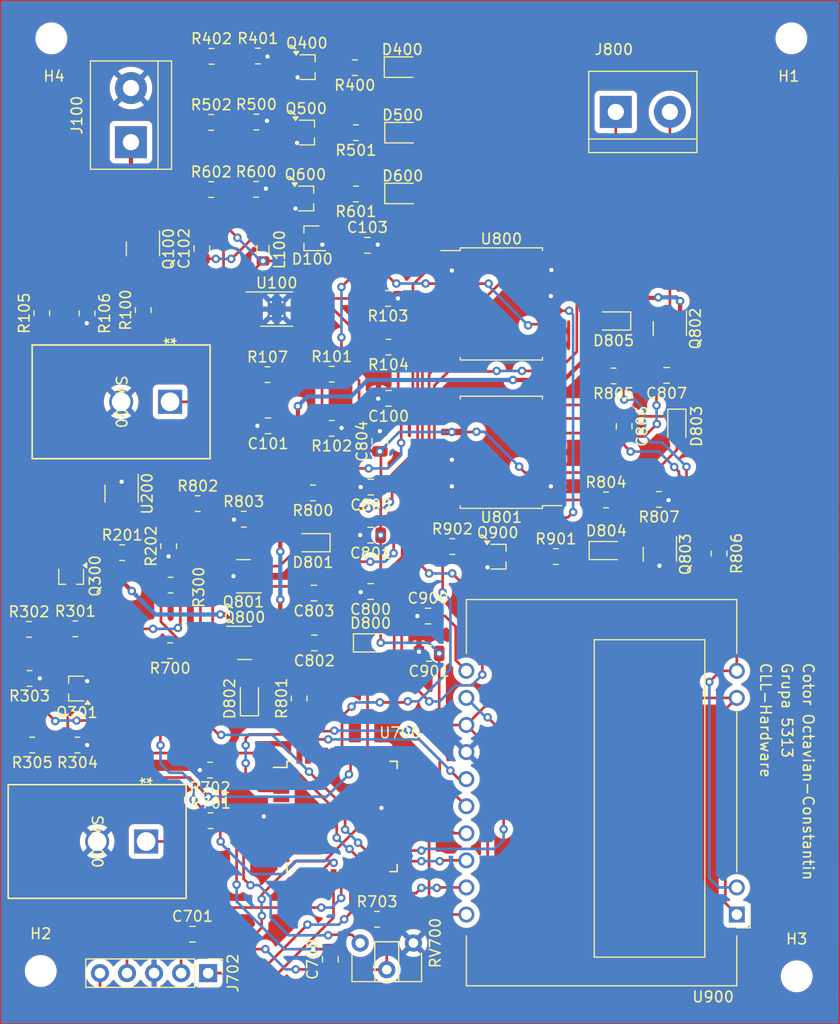
<source format=kicad_pcb>
(kicad_pcb (version 20241229) (generator "pcbnew") (generator_version "9.0")
  (layers (0 "F.Cu" signal) (2 "B.Cu" signal) (13 "F.Paste" user) (15 "B.Paste" user) (5 "F.SilkS" user "F.Silkscreen") (7 "B.SilkS" user "B.Silkscreen") (1 "F.Mask" user) (3 "B.Mask" user) (25 "Edge.Cuts" user))
  (net 0 "")
  (net 1 "VBAT")
  (net 2 "GND")
  (net 3 "Net-(J800-Pin_1)")
  (net 4 "Net-(J800-Pin_2)")
  (net 5 "Net-(U100-RUN{slash}SS)")
  (net 6 "BAT_RPP")
  (net 7 "Net-(U100-FB)")
  (net 8 "3V3")
  (net 9 "Net-(D804-A)")
  (net 10 "Net-(C100-Pad1)")
  (net 11 "Net-(U100-VC)")
  (net 12 "Net-(Q100-G)")
  (net 13 "Net-(SW100A-A)")
  (net 14 "CURENT_MON")
  (net 15 "Net-(Q300-B)")
  (net 16 "Net-(Q301-B)")
  (net 17 "Net-(Q301-C)")
  (net 18 "BAT_MON")
  (net 19 "Net-(Q300-C)")
  (net 20 "BAT_MON_CMD")
  (net 21 "Net-(D400-K)")
  (net 22 "Net-(Q400-C)")
  (net 23 "Net-(Q400-B)")
  (net 24 "Net-(Q500-B)")
  (net 25 "Net-(D500-K)")
  (net 26 "Net-(Q500-C)")
  (net 27 "Net-(Q600-B)")
  (net 28 "Net-(D600-K)")
  (net 29 "Net-(Q600-C)")
  (net 30 "Net-(SW700A-A)")
  (net 31 "Net-(U700-RB5{slash}AN13{slash}CPS5{slash}CCP3{slash}P3A{slash}T1G{slash}COM1)")
  (net 32 "MCLR{slash}VPP")
  (net 33 "Net-(D801-K)")
  (net 34 "Net-(D801-A)")
  (net 35 "Net-(D802-K)")
  (net 36 "Net-(D802-A)")
  (net 37 "Net-(U100-RT)")
  (net 38 "Net-(D804-K)")
  (net 39 "Net-(D805-K)")
  (net 40 "Net-(D805-A)")
  (net 41 "Net-(Q900-C)")
  (net 42 "Net-(R901-Pad2)")
  (net 43 "DISPLAY")
  (net 44 "Net-(Q900-B)")
  (net 45 "Net-(U700-RB0{slash}AN12{slash}CPS0{slash}SRI{slash}INT{slash}SEG0)")
  (net 47 "Net-(D100-K)")
  (net 50 "Net-(D803-K)")
  (net 53 "P1B")
  (net 54 "P1A")
  (net 58 "Net-(D800-K)")
  (net 62 "Net-(U100-BOOST)")
  (net 69 "Net-(C700-Pad2)")
  (net 76 "ICSPCLK")
  (net 77 "ICSPDAT")
  (net 78 "SA0")
  (net 79 "CS")
  (net 80 "IM1")
  (net 83 "RST")
  (net 84 "Net-(C701-Pad2)")
  (net 91 "SCL")
  (net 94 "SID")
  (net 95 "SDO")
  (net 97 "Net-(C900-Pad2)")
  (net 98 "Motor")
  (footprint "Capacitor_SMD:C_0805_2012Metric" (layer "F.Cu") (at 56.8872 82.1723 90)
    (property "Reference" "C102")
    (property "Value" "0.47u")
  )
  (footprint "Diode_SMD:D_SOD-323" (layer "F.Cu") (at 94.8685 110.5052)
    (property "Reference" "D804")
    (property "Value" "D")
  )
  (footprint "Package_SO:SOIC-16W_7.5x10.3mm_P1.27mm" (layer "F.Cu") (at 85.011 87.3658)
    (property "Reference" "U800")
    (property "Value" "IR2110S")
  )
  (footprint "Resistor_SMD:R_0805_2012Metric" (layer "F.Cu") (at 69.0792 93.9579)
    (property "Reference" "R101")
    (property "Value" "550k")
  )
  (footprint "Capacitor_SMD:C_0805_2012Metric" (layer "F.Cu") (at 67.4104 114.494 180)
    (property "Reference" "C803")
    (property "Value" "100n")
  )
  (footprint "Connector_PinHeader_2.54mm:PinHeader_1x05_P2.54mm_Vertical" (layer "F.Cu") (at 57.475 150.15 -90)
    (property "Reference" "J702")
    (property "Value" "Conn_01x05_Pin" (hide yes))
  )
  (footprint "Capacitor_SMD:C_0805_2012Metric" (layer "F.Cu") (at 72.432 81.8675)
    (property "Reference" "C103")
    (property "Value" "47u")
  )
  (footprint "Resistor_SMD:R_0805_2012Metric" (layer "F.Cu") (at 63.05 94)
    (property "Reference" "R107")
    (property "Value" "2.2k")
  )
  (footprint "MountingHole:MountingHole_2.5mm" (layer "F.Cu") (at 112.25 62.45 -90)
    (property "Reference" "H1")
    (property "Value" "MountingHole")
  )
  (footprint "Resistor_SMD:R_0805_2012Metric" (layer "F.Cu") (at 57.65 131.1 180)
    (property "Reference" "R702")
    (property "Value" "10k")
  )
  (footprint "Capacitor_SMD:C_0805_2012Metric" (layer "F.Cu") (at 68.95 148.85 90)
    (property "Reference" "C700")
    (property "Value" "1u")
  )
  (footprint "Package_TO_SOT_SMD:SOT-323_SC-70" (layer "F.Cu") (at 84.7235 111.08)
    (property "Reference" "Q900")
    (property "Value" "BC817")
  )
  (footprint "Resistor_SMD:R_0805_2012Metric" (layer "F.Cu") (at 40.65 117.9)
    (property "Reference" "R302")
    (property "Value" "400k")
  )
  (footprint "Resistor_SMD:R_0805_2012Metric" (layer "F.Cu") (at 71.35 71.3 180)
    (property "Reference" "R501")
    (property "Value" "45")
  )
  (footprint "LED_SMD:LED_0805_2012Metric" (layer "F.Cu") (at 75.7 65.15)
    (property "Reference" "D400")
    (property "Value" "LED")
  )
  (footprint "Resistor_SMD:R_0805_2012Metric" (layer "F.Cu") (at 105.45995 110.7785 -90)
    (property "Reference" "R806")
    (property "Value" "1k")
  )
  (footprint "Resistor_SMD:R_0805_2012Metric" (layer "F.Cu") (at 60.8166 107.5598)
    (property "Reference" "R803")
    (property "Value" "1k")
  )
  (footprint "Resistor_SMD:R_0805_2012Metric" (layer "F.Cu") (at 56.5 106.1)
    (property "Reference" "R802")
    (property "Value" "1k")
  )
  (footprint "Resistor_SMD:R_0805_2012Metric" (layer "F.Cu") (at 62.14 64.1084)
    (property "Reference" "R401")
    (property "Value" "10k")
  )
  (footprint "Resistor_SMD:R_0805_2012Metric" (layer "F.Cu") (at 62 70.3)
    (property "Reference" "R500")
    (property "Value" "10k")
  )
  (footprint "TerminalBlock:TerminalBlock_bornier-2_P5.08mm" (layer "F.Cu") (at 95.76 69.35)
    (property "Reference" "J800")
    (property "Value" "Conn_01x02_Pin")
  )
  (footprint "Resistor_SMD:R_0805_2012Metric" (layer "F.Cu") (at 74.3624 86.8459 180)
    (property "Reference" "R103")
    (property "Value" "68.1k")
  )
  (footprint "Package_SO:MSOP-10-1EP_3x3mm_P0.5mm_EP1.68x1.88mm_ThermalVias" (layer "F.Cu") (at 63.9112 87.8491)
    (property "Reference" "U100")
    (property "Value" "LT1912EMSE-PBF")
  )
  (footprint "Resistor_SMD:R_0805_2012Metric" (layer "F.Cu") (at 41.85 88.2375 90)
    (property "Reference" "R105")
    (property "Value" "200")
  )
  (footprint "Resistor_SMD:R_0805_2012Metric" (layer "F.Cu") (at 45.2 128.75 180)
    (property "Reference" "R304")
    (property "Value" "10k")
  )
  (footprint "Package_TO_SOT_SMD:SOT-323_SC-70" (layer "F.Cu") (at 66.72975 71.2885)
    (property "Reference" "Q500")
    (property "Value" "BC817")
  )
  (footprint "Resistor_SMD:R_0805_2012Metric" (layer "F.Cu") (at 57.76585 76.6327)
    (property "Reference" "R602")
    (property "Value" "1k")
  )
  (footprint "Resistor_SMD:R_0805_2012Metric" (layer "F.Cu") (at 95.552 94.1222 180)
    (property "Reference" "R805")
    (property "Value" "10")
  )
  (footprint "Resistor_SMD:R_0805_2012Metric" (layer "F.Cu") (at 45 117.85)
    (property "Reference" "R301")
    (property "Value" "1k")
  )
  (footprint "Package_TO_SOT_SMD:SOT-23" (layer "F.Cu") (at 60.7912 112.9192 180)
    (property "Reference" "Q801")
    (property "Value" "NMOS")
  )
  (footprint "Resistor_SMD:R_0805_2012Metric" (layer "F.Cu") (at 53.9 119.9 180)
    (property "Reference" "R700")
    (property "Value" "1k")
  )
  (footprint "Package_TO_SOT_SMD:SOT-323_SC-70" (layer "F.Cu") (at 44.6052 112.94075 -90)
    (property "Reference" "Q300")
    (property "Value" "BC807")
  )
  (footprint "Capacitor_SMD:C_0805_2012Metric" (layer "F.Cu") (at 67.446 119.1676 180)
    (property "Reference" "C802")
    (property "Value" "22u")
  )
  (footprint "Diode_SMD:D_SOD-323" (layer "F.Cu") (at 61.35 124.4 90)
    (property "Reference" "D802")
    (property "Value" "D")
  )
  (footprint "Package_TO_SOT_SMD:SOT-23" (layer "F.Cu") (at 99.89735 110.8547 -90)
    (property "Reference" "Q803")
    (property "Value" "NMOS")
  )
  (footprint "Package_TO_SOT_SMD:SOT-23-5" (layer "F.Cu") (at 49.3471 105.16445 -90)
    (property "Reference" "U200")
    (property "Value" "INA169")
  )
  (footprint "Package_TO_SOT_SMD:SOT-323_SC-70" (layer "F.Cu") (at 45.1 123.45 180)
    (property "Reference" "Q301")
    (property "Value" "BC817")
  )
  (footprint "Switch:SW2_GF-123-0054_CWI" (layer "F.Cu") (at 53.9 96.55 -90)
    (property "Reference" "SW100")
    (property "Value" "SW_DPST_x2")
  )
  (footprint "LED_SMD:LED_0805_2012Metric" (layer "F.Cu") (at 75.75 71.3)
    (property "Reference" "D500")
    (property "Value" "LED")
  )
  (footprint "Capacitor_SMD:C_0805_2012Metric" (layer "F.Cu") (at 72.7292 109.0584 180)
    (property "Reference" "C801")
    (property "Value" "22u")
  )
  (footprint "Capacitor_SMD:C_0805_2012Metric" (layer "F.Cu") (at 63.1 98.8 180)
    (property "Reference" "C101")
    (property "Value" "0.01u")
  )
  (footprint "Switch:SW2_GF-123-0054_CWI" (layer "F.Cu") (at 51.6474 137.8 -90)
    (property "Reference" "SW700")
    (property "Value" "SW_DPST_x2")
  )
  (footprint "Resistor_SMD:R_0805_2012Metric" (layer "F.Cu") (at 49.3979 110.70165)
    (property "Reference" "R201")
    (property "Value" "0.27")
  )
  (footprint "Package_TO_SOT_SMD:SOT-23" (layer "F.Cu") (at 60.8928 119.1676)
    (property "Reference" "Q800")
    (property "Value" "NMOS")
  )
  (footprint "LED_SMD:LED_0805_2012Metric" (layer "F.Cu") (at 75.75 77)
    (property "Reference" "D600")
    (property "Value" "LED")
  )
  (footprint "Capacitor_SMD:C_0805_2012Metric" (layer "F.Cu") (at 72.7292 114.3416 180)
    (property "Reference" "C800")
    (property "Value" "100n")
  )
  (footprint "Capacitor_SMD:C_0805_2012Metric" (layer "F.Cu") (at 74.4184 96.2223 180)
    (property "Reference" "C100")
    (property "Value" "470p")
  )
  (footprint "Diode_SMD:D_SOD-323" (layer "F.Cu") (at 101.4956 98.8466 -90)
    (property "Reference" "D803")
    (property "Value" "D")
  )
  (footprint "Resistor_SMD:R_0805_2012Metric" (layer "F.Cu") (at 61.986 76.6124)
    (property "Reference" "R600")
    (property "Value" "10k")
  )
  (footprint "Resistor_SMD:R_0805_2012Metric" (layer "F.Cu") (at 40.95 128.75 180)
    (property "Reference" "R305")
    (property "Value" "1k")
  )
  (footprint "Resistor_SMD:R_0805_2012Metric" (layer "F.Cu") (at 73.3375 145.1)
    (property "Reference" "R703")
    (property "Value" "10k")
  )
  (footprint "Resistor_SMD:R_0805_2012Metric" (layer "F.Cu") (at 53.95 113.75 180)
    (property "Reference" "R300")
    (property "Value" "10k")
  )
  (footprint "Package_TO_SOT_SMD:SOT-323_SC-70" (layer "F.Cu") (at 66.65585 77.4709)
    (property "Reference" "Q600")
    (property "Value" "BC817")
  )
  (footprint "Diode_SMD:D_SOD-323" (layer "F.Cu") (at 95.552 88.966 180)
    (property "Reference" "D805")
    (property "Value" "D")
  )
  (footprint "Package_TO_SOT_SMD:SOT-323_SC-70" (layer "F.Cu") (at 66.79265 65.15)
    (property "Reference" "Q400")
    (property "Value" "BC817")
  )
  (footprint "Package_SO:SOIC-16W_7.5x10.3mm_P1.27mm" (layer "F.Cu") (at 85.011 101.285 180)
    (property "Reference" "U801")
    (property "Value" "IR2110S")
  )
  (footprint "Capacitor_SMD:C_0805_2012Metric" (layer "F.Cu") (at 78.125 116.65)
    (property "Reference" "C900")
    (property "Value" "1u")
  )
  (footprint "Resistor_SMD:R_0805_2012Metric" (layer "F.Cu") (at 71.25 65.2 180)
    (property "Reference" "R400")
    (property "Value" "45")
  )
  (footprint "Resistor_SMD:R_0805_2012Metric" (layer "F.Cu") (at 80.411 110.13)
    (property "Reference" "R902")
    (property "Value" "1k")
  )
  (footprint "Package_TO_SOT_SMD:SOT-323_SC-70" (layer "F.Cu") (at 67.1996 81.2071 180)
    (property "Reference" "D100")
    (property "Value" "BAT54W")
  )
  (footprint "Resistor_SMD:R_0805_2012Metric" (layer "F.Cu") (at 57.76585 70.3335)
    (property "Reference" "R502")
    (property "Value" "1k")
  )
  (footprint "Capacitor_SMD:C_0805_2012Metric" (layer "F.Cu") (at 100.5304 94.0714 180)
    (property "Reference" "C807")
    (property "Value" "100n")
  )
  (footprint "Resistor_SMD:R_0805_2012Metric" (layer "F.Cu") (at 69.0792 99.0379 180)
    (property "Reference" "R102")
    (property "Value" "110k")
  )
  (footprint "Capacitor_SMD:C_0805_2012Metric" (layer "F.Cu") (at 96.5426 98.8466 -90)
    (property "Reference" "C806")
    (property "Value" "22u")
  )
  (footprint "Resistor_SMD:R_0805_2012Metric" (layer "F.Cu") (at 99.8192 105.7046 180)
    (property "Reference" "R807")
    (property "Value" "1k")
  )
  (footprint "Resistor_SMD:R_0805_2012Metric" (layer "F.Cu") (at 46.1 88.25 -90)
    (property "Reference" "R106")
    (property "Value" "1k")
  )
  (footprint "Resistor_SMD:R_0805_2012Metric" (layer "F.Cu") (at 67.319 105.096 180)
    (property "Reference" "R800")
    (property "Value" "10")
  )
  (footprint "Diode_SMD:D_SOD-323" (layer "F.Cu") (at 67.319 109.7696 180)
    (property "Reference" "D801")
    (property "Value" "D")
  )
  (footprint "Resistor_SMD:R_0805_2012Metric" (layer "F.Cu") (at 40.7 122.5 180)
    (property "Reference" "R303")
    (property "Value" "104k")
  )
  (footprint "Resistor_SMD:R_0805_2012Metric" (layer "F.Cu") (at 51.3754 87.9381 90)
    (property "Reference" "R100")
    (property "Value" "500k")
  )
  (footprint "Resistor_SMD:R_0805_2012Metric" (layer "F.Cu") (at 66.0236 124.3746 90)
    (property "Reference" "R801")
    (property "Value" "10")
  )
  (footprint "Resistor_SMD:R_0805_2012Metric" (layer "F.Cu") (at 71.35 77.05 180)
    (property "Reference" "R601")
    (property "Value" "45")
  )
  (footprint "Resistor_SMD:R_0805_2012Metric" (layer "F.Cu") (at 57.79125 64.1359)
    (property "Reference" "R402")
    (property "Value" "1k")
  )
  (footprint "Package_TO_SOT_SMD:SOT-23" (layer "F.Cu") (at 100.8352 89.6772 -90)
    (property "Reference" "Q802")
    (property "Value" "NMOS")
  )
  (footprint "MountingHole:MountingHole_2.5mm" (layer "F.Cu") (at 41.75 149.95)
    (property "Reference" "H2")
    (property "Value" "MountingHole")
  )
  (footprint "Resistor_SMD:R_0805_2012Metric" (layer "F.Cu") (at 53.7667 110.09205 90)
    (property "Reference" "R202")
    (property "Value" "1.5k")
  )
  (footprint "Capacitor_SMD:C_0805_2012Metric" (layer "F.Cu") (at 72.75 104.55 180)
    (property "Reference" "C805")
    (property "Value" "22u")
  )
  (footprint "Capacitor_SMD:C_0805_2012Metric" (layer "F.Cu") (at 56 146.5)
    (property "Reference" "C701")
    (property "Value" "1u")
  )
  (footprint "MountingHole:MountingHole_2.5mm" (layer "F.Cu") (at 112.75 150.45)
    (property "Reference" "H3")
    (property "Value" "MountingHole")
  )
  (footprint "Display:EA_DOGS104X-A" (layer "F.Cu") (at 107.125 144.65 180)
    (property "Reference" "U900")
    (property "Value" "EA DOGS164W-A")
  )
  (footprint "Capacitor_SMD:C_0805_2012Metric" (layer "F.Cu") (at 73.6 100.25 90)
    (property "Reference" "C804")
    (property "Value" "100n")
  )
  (footprint "Resistor_SMD:R_0805_2012Metric" (layer "F.Cu") (at 57.7 135.85)
    (property "Reference" "R701")
    (property "Value" "10k")
  )
  (footprint "Package_TO_SOT_SMD:SOT-23" (layer "F.Cu") (at 51.35 82.2 -90)
    (property "Reference" "Q100")
    (property "Value" "PMOS")
  )
  (footprint "Resistor_SMD:R_0805_2012Metric" (layer "F.Cu") (at 74.4132 91.4179 180)
    (property "Reference" "R104")
    (property "Value" "20k")
  )
  (footprint "Inductor_SMD:L_0805_2012Metric" (layer "F.Cu") (at 62.6276 82.2696 -90)
    (property "Reference" "L100")
    (property "Value" "6.8u")
  )
  (footprint "Resistor_SMD:R_0805_2012Metric" (layer "F.Cu") (at 94.8408 105.7554)
    (property "Reference" "R804")
    (property "Value" "10")
  )
  (footprint "Potentiometer_THT:Potentiometer_ACP_CA6-H2,5_Horizontal" (layer "F.Cu") (at 76.75 147.325 -90)
    (property "Reference" "RV700")
    (property "Value" "R_Potentiometer")
  )
  (footprint "Capacitor_SMD:C_0805_2012Metric" (layer "F.Cu") (at 78.225 120.15 180)
    (property "Reference" "C901")
    (property "Value" "1u")
  )
  (footprint "TerminalBlock:TerminalBlock_bornier-2_P5.08mm" (layer "F.Cu") (at 50.225 72.19 90)
    (property "Reference" "J100")
    (property "Value" "Conn_01x02_Pin")
  )
  (footprint "Diode_SMD:D_SOD-323" (layer "F.Cu") (at 72.7292 119.1676)
    (property "Reference" "D800")
    (property "Value" "D")
  )
  (footprint "MountingHole:MountingHole_2.5mm" (layer "F.Cu") (at 42.75 62.45 90)
    (property "Reference" "H4")
    (property "Value" "MountingHole")
  )
  (footprint "Resistor_SMD:R_0805_2012Metric" (layer "F.Cu") (at 90.131 111.065)
    (property "Reference" "R901")
    (property "Value" "20")
  )
  (footprint "Package_QFP:TQFP-44_10x10mm_P0.8mm" (layer "F.Cu") (at 70.05 135.45)
    (property "Reference" "U700")
    (property "Value" "PIC16F1937-IPT")
  )
  (gr_rect (start 38.025 58.95) (end 116.725 154.85) (stroke (width 0.2)) (fill no) (layer "F.Cu"))
  (gr_text "Cotor Octavian-Constantin\n" (at 113.25 120.95 -90) (layer "F.SilkS") (effects (font (size 1 1)) (justify left bottom)))
  (gr_text "Grupa 5313\n" (at 111.25 120.95 -90) (layer "F.SilkS") (effects (font (size 1 1)) (justify left bottom)))
  (gr_text "CLL-Hardware" (at 109.25 120.95 -90) (layer "F.SilkS") (effects (font (size 1 1)) (justify left bottom)))
  (segment (start 52.3 78.225) (end 52.3 81.2625) (width 0.4) (layer "F.Cu") (net 1))
  (segment (start 50.225 76.15) (end 50.225 72.19) (width 0.4) (layer "F.Cu") (net 1))
  (segment (start 50.225 76.15) (end 52.3 78.225) (width 0.4) (layer "F.Cu") (net 1))
  (segment (start 83.761 112.03) (end 83.711 112.08) (width 0.25) (layer "F.Cu") (net 2))
  (segment (start 71.7584 109.0584) (end 71.75 109.05) (width 0.25) (layer "F.Cu") (net 2))
  (segment (start 56.7375 131.1) (end 56.7 131.1) (width 0.25) (layer "F.Cu") (net 2))
  (segment (start 69.9917 99.0083) (end 70 99) (width 0.25) (layer "F.Cu") (net 2))
  (segment (start 89.7002 84.1908) (end 89.711 84.18) (width 0.25) (layer "F.Cu") (net 2))
  (segment (start 62.15 98.8) (end 62.1 98.8) (width 0.25) (layer "F.Cu") (net 2))
  (segment (start 69.9917 99.0379) (end 69.9917 99.0083) (width 0.25) (layer "F.Cu") (net 2))
  (segment (start 53.7667 111.0333) (end 53.75 111.05) (width 0.25) (layer "F.Cu") (net 2))
  (segment (start 77.275 120.15) (end 77.275 120) (width 0.25) (layer "F.Cu") (net 2))
  (segment (start 59.8537 112.9192) (end 59.8537 112.9037) (width 0.25) (layer "F.Cu") (net 2))
  (segment (start 59.8537 112.9037) (end 59.85 112.9) (width 0.25) (layer "F.Cu") (net 2))
  (segment (start 62.9125 70.3) (end 62.9125 70.2708) (width 0.25) (layer "F.Cu") (net 2))
  (segment (start 100.7317 105.7046) (end 100.7317 105.7593) (width 0.25) (layer "F.Cu") (net 2))
  (segment (start 59.9041 107.5598) (end 59.9041 107.5959) (width 0.25) (layer "F.Cu") (net 2))
  (segment (start 53.7667 111.00455) (end 53.7667 111.0333) (width 0.25) (layer "F.Cu") (net 2))
  (segment (start 80.361 101.92) (end 80.361 101.98) (width 0.25) (layer "F.Cu") (net 2))
  (segment (start 68.1996 81.8004) (end 68.2 81.8) (width 0.25) (layer "F.Cu") (net 2))
  (segment (start 49.3471 104.0471) (end 49.35 104.05) (width 0.25) (layer "F.Cu") (net 2))
  (segment (start 41.6125 122.5) (end 41.6625 122.5) (width 0.25) (layer "F.Cu") (net 2))
  (segment (start 49.3471 104.02695) (end 49.3471 104.0471) (width 0.25) (layer "F.Cu") (net 2))
  (segment (start 80.361 84.1908) (end 80.361 84.23) (width 0.25) (layer "F.Cu") (net 2))
  (segment (start 89.661 104.46) (end 89.661 104.48) (width 0.25) (layer "F.Cu") (net 2))
  (segment (start 99.89735 111.89365) (end 99.861 111.93) (width 0.25) (layer "F.Cu") (net 2))
  (segment (start 73.4684 96.2223) (end 73.4684 96.2316) (width 0.25) (layer "F.Cu") (net 2))
  (segment (start 63.0525 64.1084) (end 63.0525 64.1475) (width 0.25) (layer "F.Cu") (net 2))
  (segment (start 77.175 116.65) (end 77.125 116.65) (width 0.25) (layer "F.Cu") (net 2))
  (segment (start 65.80065 72.2385) (end 65.82245 72.2603) (width 0.25) (layer "F.Cu") (net 2))
  (segment (start 89.661 86.7308) (end 89.661 86.63) (width 0.25) (layer "F.Cu") (net 2))
  (segment (start 63.0525 64.1475) (end 63.05 64.15) (width 0.25) (layer "F.Cu") (net 2))
  (segment (start 73.382 81.818) (end 73.4 81.8) (width 0.25) (layer "F.Cu") (net 2))
  (segment (start 89.661 84.1908) (end 89.7002 84.1908) (width 0.25) (layer "F.Cu") (net 2))
  (segment (start 65.68305 78.4209) (end 65.67245 78.4103) (width 0.25) (layer "F.Cu") (net 2))
  (segment (start 65.71835 78.4209) (end 65.68305 78.4209) (width 0.25) (layer "F.Cu") (net 2))
  (segment (start 80.361 104.46) (end 80.361 104.48) (width 0.25) (layer "F.Cu") (net 2))
  (segment (start 62.9125 70.2708) (end 62.998 70.1853) (width 0.25) (layer "F.Cu") (net 2))
  (segment (start 65.79225 72.2385) (end 65.80065 72.2385) (width 0.25) (layer "F.Cu") (net 2))
  (segment (start 71.7792 114.3792) (end 71.8 114.4) (width 0.25) (layer "F.Cu") (net 2))
  (segment (start 64.35 135.45) (end 62.7 135.45) (width 0.25) (layer "F.Cu") (net 2))
  (segment (start 73.382 81.8675) (end 73.382 81.818) (width 0.25) (layer "F.Cu") (net 2))
  (segment (start 100.7317 105.7593) (end 100.711 105.78) (width 0.25) (layer "F.Cu") (net 2))
  (segment (start 75.2749 86.8459) (end 75.2959 86.8459) (width 0.25) (layer "F.Cu") (net 2))
  (segment (start 75.2959 86.8459) (end 75.3 86.85) (width 0.25) (layer "F.Cu") (net 2))
  (segment (start 71.7792 109.0584) (end 71.7584 109.0584) (width 0.25) (layer "F.Cu") (net 2))
  (segment (start 75.75 134.65) (end 73.75 134.65) (width 0.25) (layer "F.Cu") (net 2))
  (segment (start 46.07465 89.1625) (end 46.0697 89.16745) (width 0.25) (layer "F.Cu") (net 2))
  (segment (start 46.0375 122.5) (end 46.0125 122.5) (width 0.25) (layer "F.Cu") (net 2))
  (segment (start 59.9041 107.5959) (end 59.9 107.6) (width 0.25) (layer "F.Cu") (net 2))
  (segment (start 62.8985 76.5515) (end 62.9 76.55) (width 0.25) (layer "F.Cu") (net 2))
  (segment (start 68.1996 81.8571) (end 68.1996 81.8004) (width 0.25) (layer "F.Cu") (net 2))
  (segment (start 46.1 89.1625) (end 46.07465 89.1625) (width 0.25) (layer "F.Cu") (net 2))
  (segment (start 71.7792 114.3416) (end 71.7792 114.3792) (width 0.25) (layer "F.Cu") (net 2))
  (segment (start 99.89735 111.7922) (end 99.89735 111.89365) (width 0.25) (layer "F.Cu") (net 2))
  (segment (start 65.86215 66.1) (end 65.87245 66.1103) (width 0.25) (layer "F.Cu") (net 2))
  (segment (start 62.8985 76.6124) (end 62.8985 76.5515) (width 0.25) (layer "F.Cu") (net 2))
  (segment (start 73.4684 96.2316) (end 73.45 96.25) (width 0.25) (layer "F.Cu") (net 2))
  (segment (start 65.85515 66.1) (end 65.86215 66.1) (width 0.25) (layer "F.Cu") (net 2))
  (segment (start 83.786 112.03) (end 83.761 112.03) (width 0.25) (layer "F.Cu") (net 2))
  (via (at 71.75 109.05) (size 0.8) (drill 0.4) (layers "F.Cu" "B.Cu") (net 2))
  (via (at 80.361 104.48) (size 0.8) (drill 0.4) (layers "F.Cu" "B.Cu") (net 2))
  (via (at 89.661 104.48) (size 0.8) (drill 0.4) (layers "F.Cu" "B.Cu") (net 2))
  (via (at 100.711 105.78) (size 0.8) (drill 0.4) (layers "F.Cu" "B.Cu") (net 2))
  (via (at 59.9 107.6) (size 0.8) (drill 0.4) (layers "F.Cu" "B.Cu") (net 2))
  (via (at 53.75 111.05) (size 0.8) (drill 0.4) (layers "F.Cu" "B.Cu") (net 2))
  (via (at 80.361 101.98) (size 0.8) (drill 0.4) (layers "F.Cu" "B.Cu") (net 2))
  (via (at 73.6 99.3) (size 0.8) (drill 0.4) (layers "F.Cu" "B.Cu") (net 2))
  (via (at 99.861 111.93) (size 0.8) (drill 0.4) (layers "F.Cu" "B.Cu") (net 2))
  (via (at 83.711 112.08) (size 0.8) (drill 0.4) (layers "F.Cu" "B.Cu") (net 2))
  (via (at 65.67245 78.4103) (size 0.8) (drill 0.4) (layers "F.Cu" "B.Cu") (net 2))
  (via (at 73.75 134.65) (size 0.8) (drill 0.4) (layers "F.Cu" "B.Cu") (net 2))
  (via (at 62.998 70.1853) (size 0.8) (drill 0.4) (layers "F.Cu" "B.Cu") (net 2))
  (via (at 77.125 116.65) (size 0.8) (drill 0.4) (layers "F.Cu" "B.Cu") (net 2))
  (via (at 77.275 120) (size 0.8) (drill 0.4) (layers "F.Cu" "B.Cu") (net 2))
  (via (at 56.7 131.1) (size 0.8) (drill 0.4) (layers "F.Cu" "B.Cu") (net 2))
  (via (at 49.35 104.05) (size 0.8) (drill 0.4) (layers "F.Cu" "B.Cu") (net 2))
  (via (at 73.4 81.8) (size 0.8) (drill 0.4) (layers "F.Cu" "B.Cu") (net 2))
  (via (at 75.3 86.85) (size 0.8) (drill 0.4) (layers "F.Cu" "B.Cu") (net 2))
  (via (at 46.0697 89.16745) (size 0.8) (drill 0.4) (layers "F.Cu" "B.Cu") (net 2))
  (via (at 71.8 114.4) (size 0.8) (drill 0.4) (layers "F.Cu" "B.Cu") (net 2))
  (via (at 63.05 64.15) (size 0.8) (drill 0.4) (layers "F.Cu" "B.Cu") (net 2))
  (via (at 80.361 84.23) (size 0.8) (drill 0.4) (layers "F.Cu" "B.Cu") (net 2))
  (via (at 62.7 135.45) (size 0.8) (drill 0.4) (layers "F.Cu" "B.Cu") (net 2))
  (via (at 89.711 84.18) (size 0.8) (drill 0.4) (layers "F.Cu" "B.Cu") (net 2))
  (via (at 65.82245 72.2603) (size 0.8) (drill 0.4) (layers "F.Cu" "B.Cu") (net 2))
  (via (at 71.8 104.55) (size 0.8) (drill 0.4) (layers "F.Cu" "B.Cu") (net 2))
  (via (at 46.1125 128.75) (size 0.8) (drill 0.4) (layers "F.Cu" "B.Cu") (net 2))
  (via (at 41.6625 122.5) (size 0.8) (drill 0.4) (layers "F.Cu" "B.Cu") (net 2))
  (via (at 62.9 76.55) (size 0.8) (drill 0.4) (layers "F.Cu" "B.Cu") (net 2))
  (via (at 59.85 112.9) (size 0.8) (drill 0.4) (layers "F.Cu" "B.Cu") (net 2))
  (via (at 65.87245 66.1103) (size 0.8) (drill 0.4) (layers "F.Cu" "B.Cu") (net 2))
  (via (at 68.2 81.8) (size 0.8) (drill 0.4) (layers "F.Cu" "B.Cu") (net 2))
  (via (at 70 99) (size 0.8) (drill 0.4) (layers "F.Cu" "B.Cu") (net 2))
  (via (at 62.1 98.8) (size 0.8) (drill 0.4) (layers "F.Cu" "B.Cu") (net 2))
  (via (at 46.1125 122.75) (size 0.8) (drill 0.4) (layers "F.Cu" "B.Cu") (net 2))
  (via (at 73.45 96.25) (size 0.8) (drill 0.4) (layers "F.Cu" "B.Cu") (net 2))
  (via (at 89.661 86.63) (size 0.8) (drill 0.4) (layers "F.Cu" "B.Cu") (net 2))
  (segment (start 81.032505 89.2708) (end 80.361 89.2708) (width 0.25) (layer "F.Cu") (net 3))
  (segment (start 65.8356 113.8692) (end 66.4604 114.494) (width 0.25) (layer "F.Cu") (net 3))
  (segment (start 66.4604 114.494) (end 66.4604 112.1896) (width 0.25) (layer "F.Cu") (net 3))
  (segment (start 74.55 105.95) (end 74.75 105.75) (width 0.25) (layer "F.Cu") (net 3))
  (segment (start 95.76 69.35) (end 95.76 74.5128) (width 0.25) (layer "F.Cu") (net 3))
  (segment (start 77.15 91.456801) (end 79.336001 89.2708) (width 0.25) (layer "F.Cu") (net 3))
  (segment (start 66.4604 112.1896) (end 66.9 111.75) (width 0.25) (layer "F.Cu") (net 3))
  (segment (start 79.336001 89.2708) (end 80.361 89.2708) (width 0.25) (layer "F.Cu") (net 3))
  (segment (start 70.35 106.55) (end 72.55 106.55) (width 0.25) (layer "F.Cu") (net 3))
  (segment (start 69.35 111.75) (end 69.55 111.55) (width 0.25) (layer "F.Cu") (net 3))
  (segment (start 66.496 119.1676) (end 66.496 114.5296) (width 0.25) (layer "F.Cu") (net 3))
  (segment (start 69.55 107.35) (end 70.35 106.55) (width 0.25) (layer "F.Cu") (net 3))
  (segment (start 66.9 111.75) (end 69.35 111.75) (width 0.25) (layer "F.Cu") (net 3))
  (segment (start 57.4125 106.1) (end 57.4125 109.062251) (width 0.25) (layer "F.Cu") (net 3))
  (segment (start 61.7287 113.378451) (end 61.7287 113.8692) (width 0.25) (layer "F.Cu") (net 3))
  (segment (start 61.7287 113.8692) (end 65.8356 113.8692) (width 0.25) (layer "F.Cu") (net 3))
  (segment (start 69.55 111.55) (end 69.55 107.35) (width 0.25) (layer "F.Cu") (net 3))
  (segment (start 74.75 103.35) (end 77.15 100.95) (width 0.25) (layer "F.Cu") (net 3))
  (segment (start 66.496 114.5296) (end 66.4604 114.494) (width 0.25) (layer "F.Cu") (net 3))
  (segment (start 87.5991 82.704205) (end 81.032505 89.2708) (width 0.25) (layer "F.Cu") (net 3))
  (segment (start 57.4125 109.062251) (end 61.7287 113.378451) (width 0.25) (layer "F.Cu") (net 3))
  (segment (start 77.15 100.95) (end 77.15 91.456801) (width 0.25) (layer "F.Cu") (net 3))
  (segment (start 74.75 105.75) (end 74.75 103.35) (width 0.25) (layer "F.Cu") (net 3))
  (segment (start 66.496 119.1676) (end 61.8303 119.1676) (width 0.25) (layer "F.Cu") (net 3))
  (segment (start 95.76 74.5128) (end 87.5991 82.6737) (width 0.25) (layer "F.Cu") (net 3))
  (segment (start 87.5991 82.6737) (end 87.5991 82.704205) (width 0.25) (layer "F.Cu") (net 3))
  (via (at 74.55 105.95) (size 0.8) (drill 0.4) (layers "F.Cu" "B.Cu") (net 3))
  (via (at 72.55 106.55) (size 0.8) (drill 0.4) (layers "F.Cu" "B.Cu") (net 3))
  (segment (start 72.55 106.55) (end 73.95 106.55) (width 0.25) (layer "B.Cu") (net 3))
  (segment (start 73.95 106.55) (end 74.55 105.95) (width 0.25) (layer "B.Cu") (net 3))
  (segment (start 100.8352 90.4148) (end 100.84 90.41) (width 0.25) (layer "F.Cu") (net 4))
  (segment (start 89.7626 99.4816) (end 89.661 99.38) (width 0.25) (layer "F.Cu") (net 4))
  (segment (start 101.80465 109.9172) (end 103.57845 111.691) (width 0.25) (layer "F.Cu") (net 4))
  (segment (start 100.84735 109.9172) (end 100.84735 107.9672) (width 0.25) (layer "F.Cu") (net 4))
  (segment (start 99.5804 91.8695) (end 99.5804 94.0714) (width 0.25) (layer "F.Cu") (net 4))
  (segment (start 99.5804 94.0714) (end 99.5804 96.8806) (width 0.25) (layer "F.Cu") (net 4))
  (segment (start 99.616 98.6336) (end 98.453 99.7966) (width 0.25) (layer "F.Cu") (net 4))
  (segment (start 100.8352 90.6147) (end 100.8352 90.4148) (width 0.25) (layer "F.Cu") (net 4))
  (segment (start 93.2508 99.7966) (end 92.9358 99.4816) (width 0.25) (layer "F.Cu") (net 4))
  (segment (start 96.5426 99.7966) (end 93.2508 99.7966) (width 0.25) (layer "F.Cu") (net 4))
  (segment (start 92.9358 99.4816) (end 89.7626 99.4816) (width 0.25) (layer "F.Cu") (net 4))
  (segment (start 96.54735 99.80135) (end 96.5426 99.7966) (width 0.25) (layer "F.Cu") (net 4))
  (segment (start 96.54735 100.6172) (end 96.54735 99.80135) (width 0.25) (layer "F.Cu") (net 4))
  (segment (start 101.69735 103.1172) (end 101.24735 102.6672) (width 0.25) (layer "F.Cu") (net 4))
  (segment (start 100.84735 107.9672) (end 101.69735 107.1172) (width 0.25) (layer "F.Cu") (net 4))
  (segment (start 100.84 90.41) (end 100.84 69.35) (width 0.25) (layer "F.Cu") (net 4))
  (segment (start 103.57845 111.691) (end 105.45995 111.691) (width 0.25) (layer "F.Cu") (net 4))
  (segment (start 99.5804 96.8806) (end 99.5906 96.8908) (width 0.25) (layer "F.Cu") (net 4))
  (segment (start 101.69735 107.1172) (end 101.69735 103.1172) (width 0.25) (layer "F.Cu") (net 4))
  (segment (start 98.453 99.7966) (end 96.5426 99.7966) (width 0.25) (layer "F.Cu") (net 4))
  (segment (start 97.14735 101.2172) (end 96.54735 100.6172) (width 0.25) (layer "F.Cu") (net 4))
  (segment (start 100.8352 90.6147) (end 99.5804 91.8695) (width 0.25) (layer "F.Cu") (net 4))
  (segment (start 101.80465 109.9172) (end 100.84735 109.9172) (width 0.25) (layer "F.Cu") (net 4))
  (via (at 101.24735 102.6672) (size 0.8) (drill 0.4) (layers "F.Cu" "B.Cu") (net 4))
  (via (at 99.616 98.6336) (size 0.8) (drill 0.4) (layers "F.Cu" "B.Cu") (net 4))
  (via (at 99.5906 96.8908) (size 0.8) (drill 0.4) (layers "F.Cu" "B.Cu") (net 4))
  (via (at 97.14735 101.2172) (size 0.8) (drill 0.4) (layers "F.Cu" "B.Cu") (net 4))
  (segment (start 99.5906 96.8908) (end 99.5906 98.6082) (width 0.25) (layer "B.Cu") (net 4))
  (segment (start 99.5906 98.6082) (end 99.616 98.6336) (width 0.25) (layer "B.Cu") (net 4))
  (segment (start 101.24735 102.6672) (end 99.79735 101.2172) (width 0.25) (layer "B.Cu") (net 4))
  (segment (start 99.79735 101.2172) (end 97.14735 101.2172) (width 0.25) (layer "B.Cu") (net 4))
  (segment (start 63.9625 94) (end 63.9625 91.0504) (width 0.25) (layer "F.Cu") (net 5))
  (segment (start 64.05 98.8) (end 64.05 94.0875) (width 0.25) (layer "F.Cu") (net 5))
  (segment (start 64.05 94.0875) (end 63.9625 94) (width 0.25) (layer "F.Cu") (net 5))
  (segment (start 61.7612 88.8491) (end 51.3769 88.8491) (width 0.25) (layer "F.Cu") (net 5))
  (segment (start 63.9625 91.0504) (end 61.7612 88.8491) (width 0.25) (layer "F.Cu") (net 5))
  (segment (start 53.0375 113.75) (end 53.0375 113.0375) (width 0.25) (layer "F.Cu") (net 6))
  (segment (start 47.57015 103.2) (end 40.75 103.2) (width 0.4) (layer "F.Cu") (net 6))
  (segment (start 76.6375 71.25) (end 76.6875 71.3) (width 0.25) (layer "F.Cu") (net 6))
  (segment (start 48.75 89.651) (end 51.3754 87.0256) (width 0.4) (layer "F.Cu") (net 6))
  (segment (start 43.9552 112.5927) (end 43.9552 111.94075) (width 0.4) (layer "F.Cu") (net 6))
  (segment (start 50.009601 106.30195) (end 50.2971 106.30195) (width 0.4) (layer "F.Cu") (net 6))
  (segment (start 42.7 89.15) (end 43.9 90.35) (width 0.4) (layer "F.Cu") (net 6))
  (segment (start 61.7612 88.3491) (end 58.1009 88.3491) (width 0.25) (layer "F.Cu") (net 6))
  (segment (start 50.287849 106.30195) (end 50.2971 106.30195) (width 0.25) (layer "F.Cu") (net 6))
  (segment (start 55.225 62.65) (end 55.9147 61.9603) (width 0.4) (layer "F.Cu") (net 6))
  (segment (start 48.749 89.651) (end 48.05 90.35) (width 0.4) (layer "F.Cu") (net 6))
  (segment (start 55.225 81.62725) (end 55.225 62.65) (width 0.4) (layer "F.Cu") (net 6))
  (segment (start 50.70165 110.70165) (end 50.3104 110.70165) (width 0.25) (layer "F.Cu") (net 6))
  (segment (start 50.2971 106.30195) (end 50.2971 110.68835) (width 0.4) (layer "F.Cu") (net 6))
  (segment (start 54.8125 118.9625) (end 53.0375 117.1875) (width 0.25) (layer "F.Cu") (net 6))
  (segment (start 48.3971 104.689449) (end 48.3971 104.02695) (width 0.4) (layer "F.Cu") (net 6))
  (segment (start 41.85 89.15) (end 42.7 89.15) (width 0.4) (layer "F.Cu") (net 6))
  (segment (start 53.0375 113.75) (end 53.0375 113.0625) (width 0.25) (layer "F.Cu") (net 6))
  (segment (start 48.3971 104.689449) (end 50.009601 106.30195) (width 0.4) (layer "F.Cu") (net 6))
  (segment (start 40.75 103.2) (end 39.925 102.375) (width 0.4) (layer "F.Cu") (net 6))
  (segment (start 50.2971 106.30195) (end 50.2971 105.8971) (width 0.25) (layer "F.Cu") (net 6))
  (segment (start 58.1009 88.3491) (end 58.1 88.35) (width 0.25) (layer "F.Cu") (net 6))
  (segment (start 56.7756 87.0256) (end 51.3754 87.0256) (width 0.25) (layer "F.Cu") (net 6))
  (segment (start 75.42245 61.9603) (end 75.42245 61.97245) (width 0.4) (layer "F.Cu") (net 6))
  (segment (start 58.1 88.35) (end 56.7756 87.0256) (width 0.25) (layer "F.Cu") (net 6))
  (segment (start 48.3971 104.02695) (end 47.57015 103.2) (width 0.4) (layer "F.Cu") (net 6))
  (segment (start 39.9 102.35) (end 39.925 102.375) (width 0.25) (layer "F.Cu") (net 6))
  (segment (start 44.41276 112.994715) (end 44.357215 112.994715) (width 0.25) (layer "F.Cu") (net 6))
  (segment (start 53.0375 113.0375) (end 50.70165 110.70165) (width 0.4) (layer "F.Cu") (net 6))
  (segment (start 76.6375 65.15) (end 76.6375 71.25) (width 0.4) (layer "F.Cu") (net 6))
  (segment (start 53.0375 117.1875) (end 53.0375 113.75) (width 0.25) (layer "F.Cu") (net 6))
  (segment (start 48.75 89.651) (end 48.749 89.651) (width 0.4) (layer "F.Cu") (net 6))
  (segment (start 54.8125 119.9) (end 54.8125 118.9625) (width 0.25) (layer "F.Cu") (net 6))
  (segment (start 75.42245 61.97245) (end 76.6375 63.1875) (width 0.4) (layer "F.Cu") (net 6))
  (segment (start 53.71475 83.1375) (end 55.225 81.62725) (width 0.4) (layer "F.Cu") (net 6))
  (segment (start 50.2971 110.68835) (end 50.3104 110.70165) (width 0.25) (layer "F.Cu") (net 6))
  (segment (start 51.3754 87.0256) (end 51.3754 83.1629) (width 0.4) (layer "F.Cu") (net 6))
  (segment (start 76.6875 71.3) (end 76.6875 77) (width 0.4) (layer "F.Cu") (net 6))
  (segment (start 43.9 90.35) (end 48.05 90.35) (width 0.4) (layer "F.Cu") (net 6))
  (segment (start 43.9552 111.94075) (end 43.9552 108.46885) (width 0.4) (layer "F.Cu") (net 6))
  (segment (start 76.6375 63.1875) (end 76.6375 65.15) (width 0.4) (layer "F.Cu") (net 6))
  (segment (start 41.8668 89.1668) (end 41.85 89.15) (width 0.25) (layer "F.Cu") (net 6))
  (segment (start 55.9147 61.9603) (end 75.42245 61.9603) (width 0.4) (layer "F.Cu") (net 6))
  (segment (start 43.9552 108.46885) (end 48.3971 104.02695) (width 0.4) (layer "F.Cu") (net 6))
  (segment (start 39.9 91.1) (end 41.85 89.15) (width 0.4) (layer "F.Cu") (net 6))
  (segment (start 51.35 83.1375) (end 53.71475 83.1375) (width 0.4) (layer "F.Cu") (net 6))
  (segment (start 39.9 91.1) (end 39.9 102.35) (width 0.4) (layer "F.Cu") (net 6))
  (segment (start 66.0612 87.8491) (end 66.851885 87.8491) (width 0.25) (layer "F.Cu") (net 7))
  (segment (start 68.1667 99.0379) (end 68.1667 93.9579) (width 0.25) (layer "F.Cu") (net 7))
  (segment (start 66.851885 87.8491) (end 68.1667 89.163915) (width 0.25) (layer "F.Cu") (net 7))
  (segment (start 68.1667 89.163915) (end 68.1667 93.9579) (width 0.25) (layer "F.Cu") (net 7))
  (segment (start 106.05 143.575) (end 107.125 144.65) (width 0.25) (layer "F.Cu") (net 8))
  (segment (start 56.85335 76.6327) (end 56.85335 70.3335) (width 0.25) (layer "F.Cu") (net 8))
  (segment (start 62.6276 83.3321) (end 61.7612 84.1985) (width 0.25) (layer "F.Cu") (net 8))
  (segment (start 99.362 103.19) (end 89.661 103.19) (width 0.25) (layer "F.Cu") (net 8))
  (segment (start 74.7645 85.15) (end 71.482 81.8675) (width 0.25) (layer "F.Cu") (net 8))
  (segment (start 83.8172 85.4608) (end 80.361 85.4608) (width 0.25) (layer "F.Cu") (net 8))
  (segment (start 84.265 124.33) (end 81.725 126.87) (width 0.25) (layer "F.Cu") (net 8))
  (segment (start 71.5224 81.8271) (end 71.482 81.8675) (width 0.25) (layer "F.Cu") (net 8))
  (segment (start 73.7 101.3) (end 73.6 101.2) (width 0.25) (layer "F.Cu") (net 8))
  (segment (start 79.175 126.1) (end 79.945 126.87) (width 0.25) (layer "F.Cu") (net 8))
  (segment (start 56.87875 64.1359) (end 56.87875 70.3081) (width 0.25) (layer "F.Cu") (net 8))
  (segment (start 74.25 145.1) (end 78.175 145.1) (width 0.25) (layer "F.Cu") (net 8))
  (segment (start 73.6792 114.3416) (end 73.6792 119.1551) (width 0.25) (layer "F.Cu") (net 8))
  (segment (start 71.65 94.55) (end 71.1 94) (width 0.25) (layer "F.Cu") (net 8))
  (segment (start 73.6 101.2) (end 72.85 101.2) (width 0.25) (layer "F.Cu") (net 8))
  (segment (start 71.1 94) (end 70.0338 94) (width 0.25) (layer "F.Cu") (net 8))
  (segment (start 69.9917 90.5054) (end 69.9936 90.5035) (width 0.25) (layer "F.Cu") (net 8))
  (segment (start 56.85335 77.77835) (end 60.225 81.15) (width 0.25) (layer "F.Cu") (net 8))
  (segment (start 87.2208 103.19) (end 86.6366 102.6058) (width 0.25) (layer "F.Cu") (net 8))
  (segment (start 61.7612 84.1985) (end 61.7612 86.8491) (width 0.25) (layer "F.Cu") (net 8))
  (segment (start 62.6276 83.3321) (end 70.0174 83.3321) (width 0.25) (layer "F.Cu") (net 8))
  (segment (start 79.945 126.87) (end 81.725 126.87) (width 0.25) (layer "F.Cu") (net 8))
  (segment (start 87.6272 89.2708) (end 87.5256 89.3724) (width 0.25) (layer "F.Cu") (net 8))
  (segment (start 73.6792 109.0584) (end 73.6792 114.3416) (width 0.25) (layer "F.Cu") (net 8))
  (segment (start 89.661 103.19) (end 87.2208 103.19) (width 0.25) (layer "F.Cu") (net 8))
  (segment (start 75.0645 85.45) (end 74.7645 85.15) (width 0.25) (layer "F.Cu") (net 8))
  (segment (start 106.05 125.405) (end 106.05 143.575) (width 0.25) (layer "F.Cu") (net 8))
  (segment (start 80.361 85.4608) (end 78.5358 85.4608) (width 0.25) (layer "F.Cu") (net 8))
  (segment (start 86.662 102.6058) (end 86.6874 102.6312) (width 0.25) (layer "F.Cu") (net 8))
  (segment (start 83.725 145.65) (end 83.725 128.87) (width 0.25) (layer "F.Cu") (net 8))
  (segment (start 69.9936 85.7791) (end 71.482 84.2907) (width 0.25) (layer "F.Cu") (net 8))
  (segment (start 101.4956 99.7841) (end 101.4956 101.0564) (width 0.25) (layer "F.Cu") (net 8))
  (segment (start 75.15 85.45) (end 75.0645 85.45) (width 0.25) (layer "F.Cu") (net 8))
  (segment (start 82.6488 99.38) (end 82.6742 99.3546) (width 0.25) (layer "F.Cu") (net 8))
  (segment (start 68.95 149.8) (end 65.7 149.8) (width 0.25) (layer "F.Cu") (net 8))
  (segment (start 62.85 147.9) (end 56.45 147.9) (width 0.25) (layer "F.Cu") (net 8))
  (segment (start 54.935 146.615) (end 54.935 150.15) (width 0.25) (layer "F.Cu") (net 8))
  (segment (start 77.9108 85.4608) (end 77.9 85.45) (width 0.25) (layer "F.Cu") (net 8))
  (segment (start 107.125 124.33) (end 106.05 125.405) (width 0.25) (layer "F.Cu") (net 8))
  (segment (start 69.9917 93.9579) (end 69.9917 90.5054) (width 0.25) (layer "F.Cu") (net 8))
  (segment (start 80.361 99.38) (end 82.6488 99.38) (width 0.25) (layer "F.Cu") (net 8))
  (segment (start 73.6792 109.0584) (end 73.6792 104.5708) (width 0.25) (layer "F.Cu") (net 8))
  (segment (start 101.4956 101.0564) (end 99.362 103.19) (width 0.25) (layer "F.Cu") (net 8))
  (segment (start 73.7 104.55) (end 73.7 101.3) (width 0.25) (layer "F.Cu") (net 8))
  (segment (start 83.725 128.87) (end 81.725 126.87) (width 0.25) (layer "F.Cu") (net 8))
  (segment (start 82.725 146.65) (end 83.725 145.65) (width 0.25) (layer "F.Cu") (net 8))
  (segment (start 79.175 120.15) (end 79.175 126.1) (width 0.25) (layer "F.Cu") (net 8))
  (segment (start 56.87875 70.3081) (end 56.85335 70.3335) (width 0.25) (layer "F.Cu") (net 8))
  (segment (start 74.25 145.1) (end 74.25 149.825) (width 0.25) (layer "F.Cu") (net 8))
  (segment (start 71.482 84.2907) (end 71.482 81.8675) (width 0.25) (layer "F.Cu") (net 8))
  (segment (start 71.65 100) (end 71.65 94.55) (width 0.25) (layer "F.Cu") (net 8))
  (segment (start 55.05 146.5) (end 54.935 146.615) (width 0.25) (layer "F.Cu") (net 8))
  (segment (start 70.0174 83.3321) (end 71.482 81.8675) (width 0.25) (layer "F.Cu") (net 8))
  (segment (start 56.45 147.9) (end 55.05 146.5) (width 0.25) (layer "F.Cu") (net 8))
  (segment (start 72.85 101.2) (end 71.65 100) (width 0.25) (layer "F.Cu") (net 8))
  (segment (start 56.85335 76.6327) (end 56.85335 77.77835) (width 0.25) (layer "F.Cu") (net 8))
  (segment (start 74.25 149.825) (end 68.975 149.825) (width 0.25) (layer "F.Cu") (net 8))
  (segment (start 79.725 146.65) (end 82.725 146.65) (width 0.25) (layer "F.Cu") (net 8))
  (segment (start 89.661 89.2708) (end 87.6272 89.2708) (width 0.25) (layer "F.Cu") (net 8))
  (segment (start 78.5358 85.4608) (end 77.9108 85.4608) (width 0.25) (layer "F.Cu") (net 8))
  (segment (start 86.6366 102.6058) (end 86.662 102.6058) (width 0.25) (layer "F.Cu") (net 8))
  (segment (start 78.175 145.1) (end 79.725 146.65) (width 0.25) (layer "F.Cu") (net 8))
  (segment (start 107.125 124.33) (end 84.265 124.33) (width 0.25) (layer "F.Cu") (net 8))
  (segment (start 70.0338 94) (end 69.9917 93.9579) (width 0.25) (layer "F.Cu") (net 8))
  (segment (start 68.975 149.825) (end 68.95 149.8) (width 0.25) (layer "F.Cu") (net 8))
  (segment (start 73.6667 119.1676) (end 73.6792 119.1551) (width 0.25) (layer "F.Cu") (net 8))
  (via (at 73.6792 119.1551) (size 0.8) (drill 0.4) (layers "F.Cu" "B.Cu") (net 8))
  (via (at 62.85 147.9) (size 0.8) (drill 0.4) (layers "F.Cu" "B.Cu") (net 8))
  (via (at 75.15 85.45) (size 0.8) (drill 0.4) (layers "F.Cu" "B.Cu") (net 8))
  (via (at 73.6 101.2) (size 0.8) (drill 0.4) (layers "F.Cu" "B.Cu") (net 8))
  (via (at 69.9936 85.7791) (size 0.8) (drill 0.4) (layers "F.Cu" "B.Cu") (net 8))
  (via (at 80.361 99.38) (size 0.8) (drill 0.4) (layers "F.Cu" "B.Cu") (net 8))
  (via (at 65.7 149.8) (size 0.8) (drill 0.4) (layers "F.Cu" "B.Cu") (net 8))
  (via (at 73.6792 109.0584) (size 0.8) (drill 0.4) (layers "F.Cu" "B.Cu") (net 8))
  (via (at 69.9936 90.5035) (size 0.8) (drill 0.4) (layers "F.Cu" "B.Cu") (net 8))
  (via (at 62.6276 83.3321) (size 0.8) (drill 0.4) (layers "F.Cu" "B.Cu") (net 8))
  (via (at 60.225 81.15) (size 0.8) (drill 0.4) (layers "F.Cu" "B.Cu") (net 8))
  (via (at 87.5256 89.3724) (size 0.8) (drill 0.4) (layers "F.Cu" "B.Cu") (net 8))
  (via (at 77.9 85.45) (size 0.8) (drill 0.4) (layers "F.Cu" "B.Cu") (net 8))
  (via (at 83.8172 85.4608) (size 0.8) (drill 0.4) (layers "F.Cu" "B.Cu") (net 8))
  (via (at 79.175 120.15) (size 0.8) (drill 0.4) (layers "F.Cu" "B.Cu") (net 8))
  (via (at 86.6874 102.6312) (size 0.8) (drill 0.4) (layers "F.Cu" "B.Cu") (net 8))
  (via (at 82.6742 99.3546) (size 0.8) (drill 0.4) (layers "F.Cu" "B.Cu") (net 8))
  (segment (start 69.9936 90.5035) (end 69.9936 85.7791) (width 0.25) (layer "B.Cu") (net 8))
  (segment (start 62.4071 83.3321) (end 62.6276 83.3321) (width 0.25) (layer "B.Cu") (net 8))
  (segment (start 80.361 99.38) (end 75.42 99.38) (width 0.25) (layer "B.Cu") (net 8))
  (segment (start 83.4108 99.3546) (end 82.6742 99.3546) (width 0.25) (layer "B.Cu") (net 8))
  (segment (start 83.8172 85.664) (end 83.8172 85.4608) (width 0.25) (layer "B.Cu") (net 8))
  (segment (start 77.9 85.45) (end 75.145989 85.45) (width 0.25) (layer "B.Cu") (net 8))
  (segment (start 65.7 149.8) (end 64.75 149.8) (width 0.25) (layer "B.Cu") (net 8))
  (segment (start 60.225 81.15) (end 62.4071 83.3321) (width 0.25) (layer "B.Cu") (net 8))
  (segment (start 75.145989 85.45) (end 75.15 85.45) (width 0.25) (layer "B.Cu") (net 8))
  (segment (start 87.5256 89.3724) (end 83.8172 85.664) (width 0.25) (layer "B.Cu") (net 8))
  (segment (start 64.75 149.8) (end 62.85 147.9) (width 0.25) (layer "B.Cu") (net 8))
  (segment (start 73.6876 109.05) (end 73.6792 109.0584) (width 0.25) (layer "B.Cu") (net 8))
  (segment (start 75.42 99.38) (end 73.6 101.2) (width 0.25) (layer "B.Cu") (net 8))
  (segment (start 86.6874 102.6312) (end 83.4108 99.3546) (width 0.25) (layer "B.Cu") (net 8))
  (segment (start 73.6792 119.1551) (end 78.1801 119.1551) (width 0.25) (layer "B.Cu") (net 8))
  (segment (start 78.1801 119.1551) (end 79.175 120.15) (width 0.25) (layer "B.Cu") (net 8))
  (segment (start 98.35935 110.5052) (end 95.806 110.5052) (width 0.25) (layer "F.Cu") (net 9))
  (segment (start 98.9067 105.7046) (end 95.8041 105.7046) (width 0.25) (layer "F.Cu") (net 9))
  (segment (start 98.94735 109.9172) (end 98.35935 110.5052) (width 0.25) (layer "F.Cu") (net 9))
  (segment (start 95.8041 105.7046) (end 95.7533 105.7554) (width 0.25) (layer "F.Cu") (net 9))
  (segment (start 95.7533 105.7554) (end 95.7533 110.4525) (width 0.25) (layer "F.Cu") (net 9))
  (segment (start 95.7533 110.4525) (end 95.806 110.5052) (width 0.25) (layer "F.Cu") (net 9))
  (segment (start 75.3257 96.1796) (end 75.3684 96.2223) (width 0.25) (layer "F.Cu") (net 10))
  (segment (start 75.3257 91.4179) (end 75.3257 96.1796) (width 0.25) (layer "F.Cu") (net 10))
  (segment (start 68.7188 87.3491) (end 72.7876 91.4179) (width 0.25) (layer "F.Cu") (net 11))
  (segment (start 72.7876 91.4179) (end 73.5007 91.4179) (width 0.25) (layer "F.Cu") (net 11))
  (segment (start 66.0612 87.3491) (end 68.7188 87.3491) (width 0.25) (layer "F.Cu") (net 11))
  (segment (start 41.85 87.325) (end 46.0875 87.325) (width 0.25) (layer "F.Cu") (net 12))
  (segment (start 46.1 87.3375) (end 46.1 85.5625) (width 0.25) (layer "F.Cu") (net 12))
  (segment (start 46.1 85.5625) (end 50.4 81.2625) (width 0.25) (layer "F.Cu") (net 12))
  (segment (start 46.0875 87.325) (end 46.1 87.3375) (width 0.25) (layer "F.Cu") (net 12))
  (segment (start 59.5875 96.55) (end 62.1375 94) (width 0.25) (layer "F.Cu") (net 13))
  (segment (start 53.9 96.55) (end 59.5875 96.55) (width 0.25) (layer "F.Cu") (net 13))
  (segment (start 62 94) (end 62.1375 94) (width 0.25) (layer "F.Cu") (net 13))
  (segment (start 70.337701 136.687701) (end 70.337701 134.637701) (width 0.25) (layer "F.Cu") (net 14))
  (segment (start 56.75 111.75) (end 54.17955 109.17955) (width 0.25) (layer "F.Cu") (net 14))
  (segment (start 70.337701 134.637701) (end 66.95 131.25) (width 0.25) (layer "F.Cu") (net 14))
  (segment (start 51.41 104.02695) (end 51.7347 104.35165) (width 0.25) (layer "F.Cu") (net 14))
  (segment (start 58.5 127.8) (end 56.75 126.05) (width 0.25) (layer "F.Cu") (net 14))
  (segment (start 58.7 127.8) (end 58.5 127.8) (width 0.25) (layer "F.Cu") (net 14))
  (segment (start 50.2971 104.02695) (end 51.41 104.02695) (width 0.25) (layer "F.Cu") (net 14))
  (segment (start 51.7347 104.35165) (end 51.7347 107.14755) (width 0.25) (layer "F.Cu") (net 14))
  (segment (start 56.75 126.05) (end 56.75 111.75) (width 0.25) (layer "F.Cu") (net 14))
  (segment (start 72.45 141.15) (end 72.45 138.802926) (width 0.25) (layer "F.Cu") (net 14))
  (segment (start 72.45 138.802926) (end 71.556004 137.90893) (width 0.25) (layer "F.Cu") (net 14))
  (segment (start 51.7347 107.14755) (end 53.7667 109.17955) (width 0.25) (layer "F.Cu") (net 14))
  (via (at 71.556004 137.90893) (size 0.8) (drill 0.4) (layers "F.Cu" "B.Cu") (net 14))
  (via (at 70.337701 136.687701) (size 0.8) (drill 0.4) (layers "F.Cu" "B.Cu") (net 14))
  (via (at 66.95 131.25) (size 0.8) (drill 0.4) (layers "F.Cu" "B.Cu") (net 14))
  (via (at 58.7 127.8) (size 0.8) (drill 0.4) (layers "F.Cu" "B.Cu") (net 14))
  (segment (start 63.5 127.8) (end 58.7 127.8) (width 0.25) (layer "B.Cu") (net 14))
  (segment (start 71.556004 137.906004) (end 70.337701 136.687701) (width 0.25) (layer "B.Cu") (net 14))
  (segment (start 66.95 131.25) (end 63.9 128.2) (width 0.25) (layer "B.Cu") (net 14))
  (segment (start 63.9 128.2) (end 63.5 127.8) (width 0.25) (layer "B.Cu") (net 14))
  (segment (start 71.556004 137.90893) (end 71.556004 137.906004) (width 0.25) (layer "B.Cu") (net 14))
  (segment (start 50.55 117.85) (end 52.3 117.85) (width 0.25) (layer "F.Cu") (net 15))
  (segment (start 45.2552 111.94075) (end 45.2552 115.5927) (width 0.25) (layer "F.Cu") (net 15))
  (segment (start 45.9125 116.25) (end 45.9125 117.85) (width 0.25) (layer "F.Cu") (net 15))
  (segment (start 45.2552 115.5927) (end 45.9125 116.25) (width 0.25) (layer "F.Cu") (net 15))
  (segment (start 54.8625 113.75) (end 54.8625 117.5375) (width 0.25) (layer "F.Cu") (net 15))
  (segment (start 50.55 117.85) (end 50.7625 117.85) (width 0.25) (layer "F.Cu") (net 15))
  (segment (start 45.9125 117.85) (end 50.55 117.85) (width 0.25) (layer "F.Cu") (net 15))
  (segment (start 54.8625 117.5375) (end 54.637653 117.762347) (width 0.25) (layer "F.Cu") (net 15))
  (via (at 52.3 117.85) (size 0.8) (drill 0.4) (layers "F.Cu" "B.Cu") (net 15))
  (via (at 54.637653 117.762347) (size 0.8) (drill 0.4) (layers "F.Cu" "B.Cu") (net 15))
  (segment (start 54.55 117.85) (end 54.637653 117.762347) (width 0.25) (layer "B.Cu") (net 15))
  (segment (start 52.3 117.85) (end 54.55 117.85) (width 0.25) (layer "B.Cu") (net 15))
  (segment (start 46.1 124.3375) (end 46.1 124.1) (width 0.25) (layer "F.Cu") (net 16))
  (segment (start 44.2875 128.75) (end 44.2875 126.15) (width 0.25) (layer "F.Cu") (net 16))
  (segment (start 41.8625 128.75) (end 44.2875 128.75) (width 0.25) (layer "F.Cu") (net 16))
  (segment (start 44.2875 126.15) (end 46.1 124.3375) (width 0.25) (layer "F.Cu") (net 16))
  (segment (start 44.1625 123.45) (end 44.1625 117.925) (width 0.25) (layer "F.Cu") (net 17))
  (segment (start 44.1625 117.925) (end 44.0875 117.85) (width 0.25) (layer "F.Cu") (net 17))
  (segment (start 39.7875 117.95) (end 39.7375 117.9) (width 0.25) (layer "F.Cu") (net 18))
  (segment (start 39.7875 122.5) (end 39.7875 117.95) (width 0.25) (layer "F.Cu") (net 18))
  (segment (start 71.65 139.4) (end 70.75 138.5) (width 0.25) (layer "F.Cu") (net 18))
  (segment (start 64.075 129.5) (end 69.55 134.975) (width 0.25) (layer "F.Cu") (net 18))
  (segment (start 71.65 141.15) (end 71.65 139.4) (width 0.25) (layer "F.Cu") (net 18))
  (segment (start 69.55 134.975) (end 69.55 137.45) (width 0.25) (layer "F.Cu") (net 18))
  (segment (start 43.1125 126.5) (end 39.7875 123.175) (width 0.25) (layer "F.Cu") (net 18))
  (segment (start 50.4 129.5) (end 64.075 129.5) (width 0.25) (layer "F.Cu") (net 18))
  (segment (start 45.1125 126.45) (end 47.35 126.45) (width 0.25) (layer "F.Cu") (net 18))
  (segment (start 39.7875 123.175) (end 39.7875 122.5) (width 0.25) (layer "F.Cu") (net 18))
  (segment (start 47.35 126.45) (end 50.4 129.5) (width 0.25) (layer "F.Cu") (net 18))
  (via (at 45.1125 126.45) (size 0.8) (drill 0.4) (layers "F.Cu" "B.Cu") (net 18))
  (via (at 69.55 137.45) (size 0.8) (drill 0.4) (layers "F.Cu" "B.Cu") (net 18))
  (via (at 70.75 138.5) (size 0.8) (drill 0.4) (layers "F.Cu" "B.Cu") (net 18))
  (via (at 43.1125 126.5) (size 0.8) (drill 0.4) (layers "F.Cu" "B.Cu") (net 18))
  (segment (start 70.75 138.5) (end 70.6 138.5) (width 0.25) (layer "B.Cu") (net 18))
  (segment (start 45.1125 126.45) (end 43.1625 126.45) (width 0.25) (layer "B.Cu") (net 18))
  (segment (start 70.6 138.5) (end 69.55 137.45) (width 0.25) (layer "B.Cu") (net 18))
  (segment (start 43.1625 126.45) (end 43.1125 126.5) (width 0.25) (layer "B.Cu") (net 18))
  (segment (start 41.5625 116.92095) (end 44.6052 113.87825) (width 0.25) (layer "F.Cu") (net 19))
  (segment (start 41.5625 117.9) (end 41.5625 116.92095) (width 0.25) (layer "F.Cu") (net 19))
  (segment (start 43.0875 131.8) (end 55.7 131.8) (width 0.25) (layer "F.Cu") (net 20))
  (segment (start 40.0375 128.75) (end 43.0875 131.8) (width 0.25) (layer "F.Cu") (net 20))
  (segment (start 55.7 131.8) (end 57.5 133.6) (width 0.25) (layer "F.Cu") (net 20))
  (segment (start 70.85 131.35) (end 70.7 131.5) (width 0.25) (layer "F.Cu") (net 20))
  (segment (start 70.85 129.75) (end 70.85 131.35) (width 0.25) (layer "F.Cu") (net 20))
  (via (at 70.7 131.5) (size 0.8) (drill 0.4) (layers "F.Cu" "B.Cu") (net 20))
  (via (at 57.5 133.6) (size 0.8) (drill 0.4) (layers "F.Cu" "B.Cu") (net 20))
  (segment (start 57.5 133.6) (end 68.6 133.6) (width 0.25) (layer "B.Cu") (net 20))
  (segment (start 68.6 133.6) (end 70.7 131.5) (width 0.25) (layer "B.Cu") (net 20))
  (segment (start 72.1625 65.2) (end 74.7125 65.2) (width 0.25) (layer "F.Cu") (net 21))
  (segment (start 74.7125 65.2) (end 74.7625 65.15) (width 0.25) (layer "F.Cu") (net 21))
  (segment (start 67.78015 65.2) (end 67.73015 65.15) (width 0.25) (layer "F.Cu") (net 22))
  (segment (start 70.3375 65.2) (end 67.78015 65.2) (width 0.25) (layer "F.Cu") (net 22))
  (segment (start 63.75 65.55) (end 65.1 64.2) (width 0.25) (layer "F.Cu") (net 23))
  (segment (start 61.9 65.55) (end 63.75 65.55) (width 0.25) (layer "F.Cu") (net 23))
  (segment (start 58.70375 64.1359) (end 61.2 64.1359) (width 0.25) (layer "F.Cu") (net 23))
  (segment (start 61.2275 64.8775) (end 61.9 65.55) (width 0.25) (layer "F.Cu") (net 23))
  (segment (start 65.1 64.2) (end 65.85515 64.2) (width 0.25) (layer "F.Cu") (net 23))
  (segment (start 61.2 64.1359) (end 61.2275 64.1084) (width 0.25) (layer "F.Cu") (net 23))
  (segment (start 61.2275 64.1084) (end 61.2275 64.8775) (width 0.25) (layer "F.Cu") (net 23))
  (segment (start 61.054 70.3335) (end 61.0875 70.3) (width 0.25) (layer "F.Cu") (net 24))
  (segment (start 64.40375 68.95) (end 65.79225 70.3385) (width 0.25) (layer "F.Cu") (net 24))
  (segment (start 61.55 68.95) (end 64.40375 68.95) (width 0.25) (layer "F.Cu") (net 24))
  (segment (start 58.67835 70.3335) (end 61.054 70.3335) (width 0.25) (layer "F.Cu") (net 24))
  (segment (start 61.0875 70.3) (end 61.0875 69.4125) (width 0.25) (layer "F.Cu") (net 24))
  (segment (start 61.0875 69.4125) (end 61.55 68.95) (width 0.25) (layer "F.Cu") (net 24))
  (segment (start 72.2625 71.3) (end 74.8125 71.3) (width 0.25) (layer "F.Cu") (net 25))
  (segment (start 70.426 71.2885) (end 70.4375 71.3) (width 0.25) (layer "F.Cu") (net 26))
  (segment (start 67.66725 71.2885) (end 70.426 71.2885) (width 0.25) (layer "F.Cu") (net 26))
  (segment (start 61.0735 75.7265) (end 61.7 75.1) (width 0.25) (layer "F.Cu") (net 27))
  (segment (start 65.65545 76.5838) (end 65.71835 76.5209) (width 0.25) (layer "F.Cu") (net 27))
  (segment (start 61.0735 76.6124) (end 61.0735 75.7265) (width 0.25) (layer "F.Cu") (net 27))
  (segment (start 64.29745 75.1) (end 65.71835 76.5209) (width 0.25) (layer "F.Cu") (net 27))
  (segment (start 61.7 75.1) (end 64.29745 75.1) (width 0.25) (layer "F.Cu") (net 27))
  (segment (start 58.67835 76.6327) (end 61.0532 76.6327) (width 0.25) (layer "F.Cu") (net 27))
  (segment (start 61.0532 76.6327) (end 61.0735 76.6124) (width 0.25) (layer "F.Cu") (net 27))
  (segment (start 72.2625 77.05) (end 74.7625 77.05) (width 0.25) (layer "F.Cu") (net 28))
  (segment (start 74.7625 77.05) (end 74.8125 77) (width 0.25) (layer "F.Cu") (net 28))
  (segment (start 67.59335 77.4709) (end 70.0166 77.4709) (width 0.25) (layer "F.Cu") (net 29))
  (segment (start 70.0166 77.4709) (end 70.4375 77.05) (width 0.25) (layer "F.Cu") (net 29))
  (segment (start 54.8375 137.8) (end 56.7875 135.85) (width 0.25) (layer "F.Cu") (net 30))
  (segment (start 52.9875 128.7625) (end 52.9875 119.9) (width 0.25) (layer "F.Cu") (net 30))
  (segment (start 53 128.775) (end 52.9875 128.7625) (width 0.25) (layer "F.Cu") (net 30))
  (segment (start 56.7875 134.5875) (end 56.1 133.9) (width 0.25) (layer "F.Cu") (net 30))
  (segment (start 56.7875 135.85) (end 56.7875 134.5875) (width 0.25) (layer "F.Cu") (net 30))
  (segment (start 51.6474 137.8) (end 54.8375 137.8) (width 0.25) (layer "F.Cu") (net 30))
  (via (at 53 128.775) (size 0.8) (drill 0.4) (layers "F.Cu" "B.Cu") (net 30))
  (via (at 56.1 133.9) (size 0.8) (drill 0.4) (layers "F.Cu" "B.Cu") (net 30))
  (segment (start 55.1 131.4) (end 55.05 131.35) (width 0.25) (layer "B.Cu") (net 30))
  (segment (start 53 130.5) (end 53 128.775) (width 0.25) (layer "B.Cu") (net 30))
  (segment (start 56.1 132.4) (end 55.1 131.4) (width 0.25) (layer "B.Cu") (net 30))
  (segment (start 56.1 133.9) (end 56.1 132.4) (width 0.25) (layer "B.Cu") (net 30))
  (segment (start 53.85 131.35) (end 53 130.5) (width 0.25) (layer "B.Cu") (net 30))
  (segment (start 55.05 131.35) (end 53.85 131.35) (width 0.25) (layer "B.Cu") (net 30))
  (segment (start 69.274098 139.8005) (end 68.885896 139.8005) (width 0.25) (layer "F.Cu") (net 31))
  (segment (start 58.6125 137.7625) (end 58.65 137.8) (width 0.25) (layer "F.Cu") (net 31))
  (segment (start 58.6125 135.85) (end 58.6125 131.15) (width 0.25) (layer "F.Cu") (net 31))
  (segment (start 58.6125 135.85) (end 58.6125 137.7625) (width 0.25) (layer "F.Cu") (net 31))
  (segment (start 68.45 140.236396) (end 68.45 141.15) (width 0.25) (layer "F.Cu") (net 31))
  (segment (start 68.885896 139.8005) (end 68.45 140.236396) (width 0.25) (layer "F.Cu") (net 31))
  (segment (start 58.6125 131.15) (end 58.5625 131.1) (width 0.25) (layer "F.Cu") (net 31))
  (via (at 69.274098 139.8005) (size 0.8) (drill 0.4) (layers "F.Cu" "B.Cu") (net 31))
  (via (at 58.65 137.8) (size 0.8) (drill 0.4) (layers "F.Cu" "B.Cu") (net 31))
  (segment (start 64.55 140.85) (end 65.8 139.6) (width 0.25) (layer "B.Cu") (net 31))
  (segment (start 65.8 139.6) (end 69.073598 139.6) (width 0.25) (layer "B.Cu") (net 31))
  (segment (start 69.073598 139.6) (end 69.274098 139.8005) (width 0.25) (layer "B.Cu") (net 31))
  (segment (start 58.65 137.8) (end 58.65 137.95) (width 0.25) (layer "B.Cu") (net 31))
  (segment (start 58.65 137.95) (end 61.55 140.85) (width 0.25) (layer "B.Cu") (net 31))
  (segment (start 61.55 140.85) (end 64.55 140.85) (width 0.25) (layer "B.Cu") (net 31))
  (segment (start 70.85 143.5) (end 70.85 141.15) (width 0.25) (layer "F.Cu") (net 32))
  (segment (start 70.85 143.525) (end 70.85 141.15) (width 0.25) (layer "F.Cu") (net 32))
  (segment (start 70.85 144.5) (end 70.85 143.5) (width 0.25) (layer "F.Cu") (net 32))
  (segment (start 72.425 145.1) (end 70.85 143.525) (width 0.25) (layer "F.Cu") (net 32))
  (segment (start 57.475 150.15) (end 62.25 150.15) (width 0.25) (layer "F.Cu") (net 32))
  (segment (start 62.25 150.15) (end 66.8 145.6) (width 0.25) (layer "F.Cu") (net 32))
  (segment (start 70.25 145.1) (end 70.85 144.5) (width 0.25) (layer "F.Cu") (net 32))
  (via (at 70.25 145.1) (size 0.8) (drill 0.4) (layers "F.Cu" "B.Cu") (net 32))
  (via (at 66.8 145.6) (size 0.8) (drill 0.4) (layers "F.Cu" "B.Cu") (net 32))
  (segment (start 66.8 145.6) (end 69.75 145.6) (width 0.25) (layer "B.Cu") (net 32))
  (segment (start 69.75 145.6) (end 70.25 145.1) (width 0.25) (layer "B.Cu") (net 32))
  (segment (start 75.6 98.3) (end 75.6 100.4) (width 0.25) (layer "F.Cu") (net 33))
  (segment (start 79.336001 82.9208) (end 80.361 82.9208) (width 0.25) (layer "F.Cu") (net 33))
  (segment (start 68.2315 105.096) (end 68.2315 109.7446) (width 0.25) (layer "F.Cu") (net 33))
  (segment (start 68.2315 105.096) (end 70.5275 102.8) (width 0.25) (layer "F.Cu") (net 33))
  (segment (start 76.225 97.65) (end 76.225 97.675) (width 0.25) (layer "F.Cu") (net 33))
  (segment (start 68.2315 109.7446) (end 68.2565 109.7696) (width 0.25) (layer "F.Cu") (net 33))
  (segment (start 76.225 97.65) (end 76.7 97.175) (width 0.25) (layer "F.Cu") (net 33))
  (segment (start 76.7 97.175) (end 76.7 85.556801) (width 0.25) (layer "F.Cu") (net 33))
  (segment (start 76.7 85.556801) (end 79.336001 82.9208) (width 0.25) (layer "F.Cu") (net 33))
  (segment (start 76.225 97.675) (end 75.6 98.3) (width 0.25) (layer "F.Cu") (net 33))
  (segment (start 70.5275 102.8) (end 72.55 102.8) (width 0.25) (layer "F.Cu") (net 33))
  (via (at 72.55 102.8) (size 0.8) (drill 0.4) (layers "F.Cu" "B.Cu") (net 33))
  (via (at 75.6 100.4) (size 0.8) (drill 0.4) (layers "F.Cu" "B.Cu") (net 33))
  (segment (start 75.6 101.55) (end 75.6 100.4) (width 0.25) (layer "B.Cu") (net 33))
  (segment (start 72.55 102.8) (end 74.35 102.8) (width 0.25) (layer "B.Cu") (net 33))
  (segment (start 74.35 102.8) (end 75.6 101.55) (width 0.25) (layer "B.Cu") (net 33))
  (segment (start 64.1819 111.9692) (end 61.7287 111.9692) (width 0.25) (layer "F.Cu") (net 34))
  (segment (start 66.4065 105.096) (end 66.4065 109.7446) (width 0.25) (layer "F.Cu") (net 34))
  (segment (start 66.3815 109.7696) (end 64.1819 111.9692) (width 0.25) (layer "F.Cu") (net 34))
  (segment (start 61.7291 107.5598) (end 61.7291 111.9688) (width 0.25) (layer "F.Cu") (net 34))
  (segment (start 61.7291 111.9688) (end 61.7287 111.9692) (width 0.25) (layer "F.Cu") (net 34))
  (segment (start 66.4065 109.7446) (end 66.3815 109.7696) (width 0.25) (layer "F.Cu") (net 34))
  (segment (start 55.5875 108.6875) (end 57.9 111) (width 0.25) (layer "F.Cu") (net 35))
  (segment (start 59.2418 120.8311) (end 59.9553 120.1176) (width 0.25) (layer "F.Cu") (net 35))
  (segment (start 61.35 125.3375) (end 65.9732 125.3375) (width 0.25) (layer "F.Cu") (net 35))
  (segment (start 65.9732 125.3375) (end 66.0236 125.2871) (width 0.25) (layer "F.Cu") (net 35))
  (segment (start 58.5824 120.1176) (end 59.9553 120.1176) (width 0.25) (layer "F.Cu") (net 35))
  (segment (start 61.35 125.3375) (end 60.2047 125.3375) (width 0.25) (layer "F.Cu") (net 35))
  (segment (start 55.5875 106.1) (end 55.5875 108.6875) (width 0.25) (layer "F.Cu") (net 35))
  (segment (start 57.9 111) (end 57.9 119.5) (width 0.25) (layer "F.Cu") (net 35))
  (segment (start 60.2047 125.3375) (end 59.2418 124.3746) (width 0.25) (layer "F.Cu") (net 35))
  (segment (start 57.9 119.5) (end 58.55 120.15) (width 0.25) (layer "F.Cu") (net 35))
  (segment (start 59.2418 124.3746) (end 59.2418 120.8311) (width 0.25) (layer "F.Cu") (net 35))
  (segment (start 58.55 120.15) (end 58.5824 120.1176) (width 0.25) (layer "F.Cu") (net 35))
  (segment (start 66.6 121.5) (end 74.2 121.5) (width 0.25) (layer "F.Cu") (net 36))
  (segment (start 74.95 120.75) (end 74.95 111.85) (width 0.25) (layer "F.Cu") (net 36))
  (segment (start 76.225 108.225) (end 76.225 104.013604) (width 0.25) (layer "F.Cu") (net 36))
  (segment (start 74.2 121.5) (end 74.95 120.75) (width 0.25) (layer "F.Cu") (net 36))
  (segment (start 76.225 104.013604) (end 78.225 102.013604) (width 0.25) (layer "F.Cu") (net 36))
  (segment (start 66.1 122) (end 66.6 121.5) (width 0.25) (layer "F.Cu") (net 36))
  (segment (start 75.7 111.1) (end 75.7 108.75) (width 0.25) (layer "F.Cu") (net 36))
  (segment (start 66.0232 123.4625) (end 66.0236 123.4621) (width 0.25) (layer "F.Cu") (net 36))
  (segment (start 61.35 123.4625) (end 66.0232 123.4625) (width 0.25) (layer "F.Cu") (net 36))
  (segment (start 66.1 123.3857) (end 66.1 122) (width 0.25) (layer "F.Cu") (net 36))
  (segment (start 66.0236 123.4621) (end 66.1 123.3857) (width 0.25) (layer "F.Cu") (net 36))
  (segment (start 74.95 111.85) (end 75.7 111.1) (width 0.25) (layer "F.Cu") (net 36))
  (segment (start 75.7 108.75) (end 76.225 108.225) (width 0.25) (layer "F.Cu") (net 36))
  (segment (start 78.225 93.9468) (end 80.361 91.8108) (width 0.25) (layer "F.Cu") (net 36))
  (segment (start 78.225 102.013604) (end 78.225 93.9468) (width 0.25) (layer "F.Cu") (net 36))
  (segment (start 66.0612 86.8491) (end 73.4467 86.8491) (width 0.25) (layer "F.Cu") (net 37))
  (segment (start 73.4467 86.8491) (end 73.4499 86.8459) (width 0.25) (layer "F.Cu") (net 37))
  (segment (start 93.9283 105.7554) (end 89.6864 105.7554) (width 0.25) (layer "F.Cu") (net 38))
  (segment (start 93.9283 110.5025) (end 93.931 110.5052) (width 0.25) (layer "F.Cu") (net 38))
  (segment (start 89.6864 105.7554) (end 89.661 105.73) (width 0.25) (layer "F.Cu") (net 38))
  (segment (start 93.9283 105.7554) (end 93.9283 110.5025) (width 0.25) (layer "F.Cu") (net 38))
  (segment (start 96.7158 88.7397) (end 96.4895 88.966) (width 0.25) (layer "F.Cu") (net 39))
  (segment (start 105.43685 109.8429) (end 105.45995 109.866) (width 0.25) (layer "F.Cu") (net 39))
  (segment (start 96.4645 94.1222) (end 96.4645 96.2583) (width 0.25) (layer "F.Cu") (net 39))
  (segment (start 99.8852 88.7397) (end 96.7158 88.7397) (width 0.25) (layer "F.Cu") (net 39))
  (segment (start 96.4895 88.966) (end 96.4895 94.0972) (width 0.25) (layer "F.Cu") (net 39))
  (segment (start 102.3991 109.1929) (end 103.0491 109.8429) (width 0.25) (layer "F.Cu") (net 39))
  (segment (start 96.4895 94.0972) (end 96.4645 94.1222) (width 0.25) (layer "F.Cu") (net 39))
  (segment (start 96.4645 96.2583) (end 96.5491 96.3429) (width 0.25) (layer "F.Cu") (net 39))
  (segment (start 102.3991 102.6429) (end 102.3991 109.1929) (width 0.25) (layer "F.Cu") (net 39))
  (segment (start 103.0491 109.8429) (end 105.43685 109.8429) (width 0.25) (layer "F.Cu") (net 39))
  (via (at 96.5491 96.3429) (size 0.8) (drill 0.4) (layers "F.Cu" "B.Cu") (net 39))
  (via (at 102.3991 102.6429) (size 0.8) (drill 0.4) (layers "F.Cu" "B.Cu") (net 39))
  (segment (start 97.5491 96.3429) (end 98.4991 97.2929) (width 0.25) (layer "B.Cu") (net 39))
  (segment (start 99.0491 100.3429) (end 100.0991 100.3429) (width 0.25) (layer "B.Cu") (net 39))
  (segment (start 96.5491 96.3429) (end 97.5491 96.3429) (width 0.25) (layer "B.Cu") (net 39))
  (segment (start 100.0991 100.3429) (end 102.3991 102.6429) (width 0.25) (layer "B.Cu") (net 39))
  (segment (start 98.4991 99.7929) (end 99.0491 100.3429) (width 0.25) (layer "B.Cu") (net 39))
  (segment (start 98.4991 97.2929) (end 98.4991 99.7929) (width 0.25) (layer "B.Cu") (net 39))
  (segment (start 94.6395 94.8569) (end 94.6395 94.1222) (width 0.25) (layer "F.Cu") (net 40))
  (segment (start 92.6564 96.84) (end 94.6395 94.8569) (width 0.25) (layer "F.Cu") (net 40))
  (segment (start 94.6145 94.0972) (end 94.6395 94.1222) (width 0.25) (layer "F.Cu") (net 40))
  (segment (start 94.6145 88.966) (end 94.6145 94.0972) (width 0.25) (layer "F.Cu") (net 40))
  (segment (start 89.661 96.84) (end 92.6564 96.84) (width 0.25) (layer "F.Cu") (net 40))
  (segment (start 85.661 111.08) (end 89.2035 111.08) (width 0.25) (layer "F.Cu") (net 41))
  (segment (start 89.2035 111.08) (end 89.2185 111.065) (width 0.25) (layer "F.Cu") (net 41))
  (segment (start 107.125 121.79) (end 105.585 121.79) (width 0.25) (layer "F.Cu") (net 42))
  (segment (start 91.0435 111.065) (end 91.0435 111.4685) (width 0.25) (layer "F.Cu") (net 42))
  (segment (start 93.725 114.15) (end 104.725 114.15) (width 0.25) (layer "F.Cu") (net 42))
  (segment (start 91.0435 111.4685) (end 93.725 114.15) (width 0.25) (layer "F.Cu") (net 42))
  (segment (start 105.585 121.79) (end 104.545 122.83) (width 0.25) (layer "F.Cu") (net 42))
  (segment (start 104.725 114.15) (end 107.125 116.55) (width 0.25) (layer "F.Cu") (net 42))
  (segment (start 107.125 116.55) (end 107.125 121.79) (width 0.25) (layer "F.Cu") (net 42))
  (via (at 104.545 122.83) (size 0.8) (drill 0.4) (layers "F.Cu" "B.Cu") (net 42))
  (segment (start 107.125 142.11) (end 105.425 142.11) (width 0.25) (layer "B.Cu") (net 42))
  (segment (start 104.545 141.23) (end 104.545 122.83) (width 0.25) (layer "B.Cu") (net 42))
  (segment (start 105.425 142.11) (end 104.545 141.23) (width 0.25) (layer "B.Cu") (net 42))
  (segment (start 76.125 124.75) (end 76.225 124.65) (width 0.25) (layer "F.Cu") (net 43))
  (segment (start 75.7 124.75) (end 73.6 124.75) (width 0.25) (layer "F.Cu") (net 43))
  (segment (start 79.4985 110.13) (end 79.4985 114.4015) (width 0.25) (layer "F.Cu") (net 43))
  (segment (start 75.7 124.75) (end 76.125 124.75) (width 0.25) (layer "F.Cu") (net 43))
  (segment (start 70.05 126.05) (end 70.05 129.75) (width 0.25) (layer "F.Cu") (net 43))
  (segment (start 70.95 125.15) (end 70.05 126.05) (width 0.25) (layer "F.Cu") (net 43))
  (segment (start 79.4985 114.4015) (end 79.4875 114.4125) (width 0.25) (layer "F.Cu") (net 43))
  (via (at 73.6 124.75) (size 0.8) (drill 0.4) (layers "F.Cu" "B.Cu") (net 43))
  (via (at 76.225 124.65) (size 0.8) (drill 0.4) (layers "F.Cu" "B.Cu") (net 43))
  (via (at 79.4875 114.4125) (size 0.8) (drill 0.4) (layers "F.Cu" "B.Cu") (net 43))
  (via (at 70.95 125.15) (size 0.8) (drill 0.4) (layers "F.Cu" "B.Cu") (net 43))
  (segment (start 76.225 124.65) (end 77.225 124.65) (width 0.25) (layer "B.Cu") (net 43))
  (segment (start 80.225 121.65) (end 80.225 115.15) (width 0.25) (layer "B.Cu") (net 43))
  (segment (start 71.35 124.75) (end 70.95 125.15) (width 0.25) (layer "B.Cu") (net 43))
  (segment (start 73.6 124.75) (end 71.35 124.75) (width 0.25) (layer "B.Cu") (net 43))
  (segment (start 77.225 124.65) (end 80.225 121.65) (width 0.25) (layer "B.Cu") (net 43))
  (segment (start 80.225 115.15) (end 79.4875 114.4125) (width 0.25) (layer "B.Cu") (net 43))
  (segment (start 81.3235 110.13) (end 83.786 110.13) (width 0.25) (layer "F.Cu") (net 44))
  (segment (start 60.8 141.3) (end 61.4 141.9) (width 0.25) (layer "F.Cu") (net 45))
  (segment (start 60.8 137.75) (end 61.5 137.05) (width 0.25) (layer "F.Cu") (net 45))
  (segment (start 70.2 146.55) (end 68.8 146.55) (width 0.25) (layer "F.Cu") (net 45))
  (segment (start 60.8 141.3) (end 60.8 137.75) (width 0.25) (layer "F.Cu") (net 45))
  (segment (start 70.975 146.55) (end 70.2 146.55) (width 0.25) (layer "F.Cu") (net 45))
  (segment (start 61.5 137.05) (end 64.35 137.05) (width 0.25) (layer "F.Cu") (net 45))
  (segment (start 71.75 147.325) (end 70.975 146.55) (width 0.25) (layer "F.Cu") (net 45))
  (segment (start 68.8 146.55) (end 68.75 146.6) (width 0.25) (layer "F.Cu") (net 45))
  (segment (start 61.4 141.9) (end 61.45 141.9) (width 0.25) (layer "F.Cu") (net 45))
  (via (at 61.45 141.9) (size 0.8) (drill 0.4) (layers "F.Cu" "B.Cu") (net 45))
  (via (at 68.75 146.6) (size 0.8) (drill 0.4) (layers "F.Cu" "B.Cu") (net 45))
  (segment (start 68.75 146.6) (end 65 146.6) (width 0.25) (layer "B.Cu") (net 45))
  (segment (start 62.225305 141.9) (end 61.45 141.9) (width 0.25) (layer "B.Cu") (net 45))
  (segment (start 63.75 145.35) (end 63.35 144.95) (width 0.25) (layer "B.Cu") (net 45))
  (segment (start 63.35 144.95) (end 63.35 144.9) (width 0.25) (layer "B.Cu") (net 45))
  (segment (start 63.35 144.9) (end 63.35 143.024695) (width 0.25) (layer "B.Cu") (net 45))
  (segment (start 65 146.6) (end 63.75 145.35) (width 0.25) (layer "B.Cu") (net 45))
  (segment (start 63.35 143.024695) (end 62.225305 141.9) (width 0.25) (layer "B.Cu") (net 45))
  (segment (start 58.1795 83.1223) (end 58.1947 83.1375) (width 0.25) (layer "F.Cu") (net 47))
  (segment (start 62.6276 81.2071) (end 66.1996 81.2071) (width 0.25) (layer "F.Cu") (net 47))
  (segment (start 61.6116 81.2071) (end 62.6276 81.2071) (width 0.25) (layer "F.Cu") (net 47))
  (segment (start 56.8872 83.1223) (end 58.1795 83.1223) (width 0.25) (layer "F.Cu") (net 47))
  (segment (start 61.7612 87.8491) (end 59.3128 87.8491) (width 0.25) (layer "F.Cu") (net 47))
  (segment (start 59.6437 83.1375) (end 59.6812 83.1375) (width 0.25) (layer "F.Cu") (net 47))
  (segment (start 59.3128 87.8491) (end 56.8872 85.4235) (width 0.25) (layer "F.Cu") (net 47))
  (segment (start 59.6812 83.1375) (end 61.6116 81.2071) (width 0.25) (layer "F.Cu") (net 47))
  (segment (start 56.8872 85.4235) (end 56.8872 83.1223) (width 0.25) (layer "F.Cu") (net 47))
  (via (at 58.1947 83.1375) (size 0.8) (drill 0.4) (layers "F.Cu" "B.Cu") (net 47))
  (via (at 59.6437 83.1375) (size 0.8) (drill 0.4) (layers "F.Cu" "B.Cu") (net 47))
  (segment (start 58.1947 83.1375) (end 59.6437 83.1375) (width 0.25) (layer "B.Cu") (net 47))
  (segment (start 101.4804 97.8939) (end 101.4956 97.9091) (width 0.25) (layer "F.Cu") (net 50))
  (segment (start 101.4956 97.9091) (end 96.5551 97.9091) (width 0.25) (layer "F.Cu") (net 50))
  (segment (start 96.5551 97.9091) (end 96.5426 97.8966) (width 0.25) (layer "F.Cu") (net 50))
  (segment (start 92.9358 98.11) (end 89.661 98.11) (width 0.25) (layer "F.Cu") (net 50))
  (segment (start 96.5426 97.8966) (end 93.1492 97.8966) (width 0.25) (layer "F.Cu") (net 50))
  (segment (start 101.4804 94.0714) (end 101.4804 97.8939) (width 0.25) (layer "F.Cu") (net 50))
  (segment (start 93.1492 97.8966) (end 92.9358 98.11) (width 0.25) (layer "F.Cu") (net 50))
  (segment (start 70.45 122.45) (end 70.95 122.45) (width 0.25) (layer "F.Cu") (net 53))
  (segment (start 90.9108 85.4608) (end 89.661 85.4608) (width 0.25) (layer "F.Cu") (net 53))
  (segment (start 62.3 133.05) (end 61 131.75) (width 0.25) (layer "F.Cu") (net 53))
  (segment (start 78.725 101.261001) (end 78.725 95.025) (width 0.25) (layer "F.Cu") (net 53))
  (segment (start 78.725 101.261001) (end 78.725 102.15) (width 0.25) (layer "F.Cu") (net 53))
  (segment (start 80.05 93.7) (end 84.5154 93.7) (width 0.25) (layer "F.Cu") (net 53))
  (segment (start 76.725 111.15) (end 75.65 112.225) (width 0.25) (layer "F.Cu") (net 53))
  (segment (start 80.361 100.65) (end 79.336001 100.65) (width 0.25) (layer "F.Cu") (net 53))
  (segment (start 86.95 93.65) (end 90.3 93.65) (width 0.25) (layer "F.Cu") (net 53))
  (segment (start 61.35 127.75) (end 65.15 127.75) (width 0.25) (layer "F.Cu") (net 53))
  (segment (start 65.15 127.75) (end 70.45 122.45) (width 0.25) (layer "F.Cu") (net 53))
  (segment (start 78.725 102.15) (end 76.725 104.15) (width 0.25) (layer "F.Cu") (net 53))
  (segment (start 75.65 121.55) (end 74.75 122.45) (width 0.25) (layer "F.Cu") (net 53))
  (segment (start 64.35 133.05) (end 62.3 133.05) (width 0.25) (layer "F.Cu") (net 53))
  (segment (start 61 128.775) (end 61 128.1) (width 0.25) (layer "F.Cu") (net 53))
  (segment (start 61 128.1) (end 61.35 127.75) (width 0.25) (layer "F.Cu") (net 53))
  (segment (start 76.725 104.15) (end 76.725 111.15) (width 0.25) (layer "F.Cu") (net 53))
  (segment (start 92.1 86.65) (end 90.9108 85.4608) (width 0.25) (layer "F.Cu") (net 53))
  (segment (start 75.65 112.225) (end 75.65 121.55) (width 0.25) (layer "F.Cu") (net 53))
  (segment (start 84.5154 93.7) (end 84.5654 93.65) (width 0.25) (layer "F.Cu") (net 53))
  (segment (start 74.75 122.45) (end 70.95 122.45) (width 0.25) (layer "F.Cu") (net 53))
  (segment (start 79.336001 100.65) (end 78.725 101.261001) (width 0.25) (layer "F.Cu") (net 53))
  (segment (start 78.725 95.025) (end 80.05 93.7) (width 0.25) (layer "F.Cu") (net 53))
  (segment (start 92.1 91.85) (end 92.1 86.65) (width 0.25) (layer "F.Cu") (net 53))
  (segment (start 61 131.75) (end 61 130.45) (width 0.25) (layer "F.Cu") (net 53))
  (segment (start 90.3 93.65) (end 92.1 91.85) (width 0.25) (layer "F.Cu") (net 53))
  (via (at 61 130.45) (size 0.8) (drill 0.4) (layers "F.Cu" "B.Cu") (net 53))
  (via (at 61 128.775) (size 0.8) (drill 0.4) (layers "F.Cu" "B.Cu") (net 53))
  (via (at 84.5654 93.65) (size 0.8) (drill 0.4) (layers "F.Cu" "B.Cu") (net 53))
  (via (at 86.95 93.65) (size 0.8) (drill 0.4) (layers "F.Cu" "B.Cu") (net 53))
  (segment (start 61 130.45) (end 61 128.775) (width 0.25) (layer "B.Cu") (net 53))
  (segment (start 84.5654 93.65) (end 86.95 93.65) (width 0.25) (layer "B.Cu") (net 53))
  (segment (start 75.05 123.2) (end 73.1 123.2) (width 0.25) (layer "F.Cu") (net 54))
  (segment (start 77.225 105.15) (end 79.185 103.19) (width 0.25) (layer "F.Cu") (net 54))
  (segment (start 91.375 88) (end 89.6618 88) (width 0.25) (layer "F.Cu") (net 54))
  (segment (start 78.45 106.5) (end 79.35 107.4) (width 0.25) (layer "F.Cu") (net 54))
  (segment (start 79.5 107.4) (end 91.25 107.4) (width 0.25) (layer "F.Cu") (net 54))
  (segment (start 77.225 111.65) (end 77.225 105.15) (width 0.25) (layer "F.Cu") (net 54))
  (segment (start 80.361 103.19) (end 80.3139 103.1429) (width 0.25) (layer "F.Cu") (net 54))
  (segment (start 76.775 123.2) (end 78.237653 124.662653) (width 0.25) (layer "F.Cu") (net 54))
  (segment (start 89.6618 88) (end 89.661 88.0008) (width 0.25) (layer "F.Cu") (net 54))
  (segment (start 73.1 123.2) (end 72.45 123.85) (width 0.25) (layer "F.Cu") (net 54))
  (segment (start 78.225 112.65) (end 77.225 111.65) (width 0.25) (layer "F.Cu") (net 54))
  (segment (start 79.336001 103.19) (end 78.45 104.076001) (width 0.25) (layer "F.Cu") (net 54))
  (segment (start 79.35 107.4) (end 79.5 107.4) (width 0.25) (layer "F.Cu") (net 54))
  (segment (start 75.05 123.2) (end 76.775 123.2) (width 0.25) (layer "F.Cu") (net 54))
  (segment (start 80.361 103.19) (end 79.336001 103.19) (width 0.25) (layer "F.Cu") (net 54))
  (segment (start 72.45 123.85) (end 72.45 129.75) (width 0.25) (layer "F.Cu") (net 54))
  (segment (start 83.225 115.475) (end 83.225 122.15) (width 0.25) (layer "F.Cu") (net 54))
  (segment (start 78.45 104.076001) (end 78.45 106.5) (width 0.25) (layer "F.Cu") (net 54))
  (segment (start 79.185 103.19) (end 80.361 103.19) (width 0.25) (layer "F.Cu") (net 54))
  (segment (start 91.25 107.4) (end 91.75 106.9) (width 0.25) (layer "F.Cu") (net 54))
  (segment (start 80.4 112.65) (end 83.225 115.475) (width 0.25) (layer "F.Cu") (net 54))
  (via (at 83.225 122.15) (size 0.8) (drill 0.4) (layers "F.Cu" "B.Cu") (net 54))
  (via (at 91.75 106.9) (size 0.8) (drill 0.4) (layers "F.Cu" "B.Cu") (net 54))
  (via (at 78.225 112.65) (size 0.8) (drill 0.4) (layers "F.Cu" "B.Cu") (net 54))
  (via (at 78.237653 124.662653) (size 0.8) (drill 0.4) (layers "F.Cu" "B.Cu") (net 54))
  (via (at 91.375 88) (size 0.8) (drill 0.4) (layers "F.Cu" "B.Cu") (net 54))
  (via (at 80.4 112.65) (size 0.8) (drill 0.4) (layers "F.Cu" "B.Cu") (net 54))
  (segment (start 80.725 123.15) (end 82.225 123.15) (width 0.25) (layer "B.Cu") (net 54))
  (segment (start 79.212347 124.662653) (end 80.725 123.15) (width 0.25) (layer "B.Cu") (net 54))
  (segment (start 78.225 112.65) (end 80.4 112.65) (width 0.25) (layer "B.Cu") (net 54))
  (segment (start 82.225 123.15) (end 83.225 122.15) (width 0.25) (layer "B.Cu") (net 54))
  (segment (start 91.75 88.375) (end 91.375 88) (width 0.25) (layer "B.Cu") (net 54))
  (segment (start 78.237653 124.662653) (end 79.212347 124.662653) (width 0.25) (layer "B.Cu") (net 54))
  (segment (start 91.75 106.9) (end 91.75 88.375) (width 0.25) (layer "B.Cu") (net 54))
  (segment (start 68.3604 113.3896) (end 68.9 112.85) (width 0.25) (layer "F.Cu") (net 58))
  (segment (start 68.396 119.1676) (end 68.396 114.5296) (width 0.25) (layer "F.Cu") (net 58))
  (segment (start 74.9 110.75) (end 74.9 108) (width 0.25) (layer "F.Cu") (net 58))
  (segment (start 79.336001 90.5408) (end 80.361 90.5408) (width 0.25) (layer "F.Cu") (net 58))
  (segment (start 77.6 92.276801) (end 79.336001 90.5408) (width 0.25) (layer "F.Cu") (net 58))
  (segment (start 68.3604 114.494) (end 68.3604 113.3896) (width 0.25) (layer "F.Cu") (net 58))
  (segment (start 71.15 111.95) (end 71.55 111.55) (width 0.25) (layer "F.Cu") (net 58))
  (segment (start 74.9 108) (end 75.65 107.25) (width 0.25) (layer "F.Cu") (net 58))
  (segment (start 75.65 103.6) (end 75.65 107.25) (width 0.25) (layer "F.Cu") (net 58))
  (segment (start 68.9 112.85) (end 70.25 112.85) (width 0.25) (layer "F.Cu") (net 58))
  (segment (start 71.55 111.55) (end 72.7 111.55) (width 0.25) (layer "F.Cu") (net 58))
  (segment (start 70.25 112.85) (end 71.15 111.95) (width 0.25) (layer "F.Cu") (net 58))
  (segment (start 68.396 114.5296) (end 68.3604 114.494) (width 0.25) (layer "F.Cu") (net 58))
  (segment (start 77.6 101.65) (end 77.6 92.276801) (width 0.25) (layer "F.Cu") (net 58))
  (segment (start 68.396 119.1676) (end 71.7917 119.1676) (width 0.25) (layer "F.Cu") (net 58))
  (segment (start 75.65 103.6) (end 77.6 101.65) (width 0.25) (layer "F.Cu") (net 58))
  (via (at 72.7 111.55) (size 0.8) (drill 0.4) (layers "F.Cu" "B.Cu") (net 58))
  (via (at 74.9 110.75) (size 0.8) (drill 0.4) (layers "F.Cu" "B.Cu") (net 58))
  (segment (start 74.1 111.55) (end 74.9 110.75) (width 0.25) (layer "B.Cu") (net 58))
  (segment (start 72.7 111.55) (end 74.1 111.55) (width 0.25) (layer "B.Cu") (net 58))
  (segment (start 57.9184 81.2223) (end 56.8872 81.2223) (width 0.25) (layer "F.Cu") (net 62))
  (segment (start 58.9192 82.2231) (end 57.9184 81.2223) (width 0.25) (layer "F.Cu") (net 62))
  (segment (start 61.7612 87.3491) (end 59.9812 87.3491) (width 0.25) (layer "F.Cu") (net 62))
  (segment (start 59.9812 87.3491) (end 58.9192 86.2871) (width 0.25) (layer "F.Cu") (net 62))
  (segment (start 58.9192 86.2871) (end 58.9192 82.2231) (width 0.25) (layer "F.Cu") (net 62))
  (segment (start 60.15 141.85) (end 60.15 137.15) (width 0.25) (layer "F.Cu") (net 69))
  (segment (start 61.05 136.25) (end 64.35 136.25) (width 0.25) (layer "F.Cu") (net 69))
  (segment (start 68.95 147.9) (end 67.35 147.9) (width 0.25) (layer "F.Cu") (net 69))
  (segment (start 60.15 137.15) (end 61.05 136.25) (width 0.25) (layer "F.Cu") (net 69))
  (via (at 67.35 147.9) (size 0.8) (drill 0.4) (layers "F.Cu" "B.Cu") (net 69))
  (via (at 60.15 141.85) (size 0.8) (drill 0.4) (layers "F.Cu" "B.Cu") (net 69))
  (segment (start 67.35 147.9) (end 64.624695 147.9) (width 0.25) (layer "B.Cu") (net 69))
  (segment (start 64.624695 147.9) (end 60.15 143.425305) (width 0.25) (layer "B.Cu") (net 69))
  (segment (start 60.15 143.425305) (end 60.15 141.85) (width 0.25) (layer "B.Cu") (net 69))
  (segment (start 47.315 151.465) (end 47.9 152.05) (width 0.25) (layer "F.Cu") (net 76))
  (segment (start 69.25 144.95) (end 69.25 141.15) (width 0.25) (layer "F.Cu") (net 76))
  (segment (start 47.315 150.15) (end 47.315 151.465) (width 0.25) (layer "F.Cu") (net 76))
  (segment (start 47.9 152.05) (end 62.15 152.05) (width 0.25) (layer "F.Cu") (net 76))
  (segment (start 62.15 152.05) (end 69.25 144.95) (width 0.25) (layer "F.Cu") (net 76))
  (segment (start 50.45 145.6) (end 52.05 144) (width 0.25) (layer "F.Cu") (net 77))
  (segment (start 49.855 150.15) (end 49.855 146.195) (width 0.25) (layer "F.Cu") (net 77))
  (segment (start 69.9745 143.1) (end 69.9745 141.2255) (width 0.25) (layer "F.Cu") (net 77))
  (segment (start 69.9745 141.2255) (end 70.05 141.15) (width 0.25) (layer "F.Cu") (net 77))
  (segment (start 52.05 144) (end 60.05 144) (width 0.25) (layer "F.Cu") (net 77))
  (segment (start 49.855 146.195) (end 50.45 145.6) (width 0.25) (layer "F.Cu") (net 77))
  (segment (start 60.05 144) (end 68.1 144) (width 0.25) (layer "F.Cu") (net 77))
  (via (at 68.1 144) (size 0.8) (drill 0.4) (layers "F.Cu" "B.Cu") (net 77))
  (via (at 69.9745 143.1) (size 0.8) (drill 0.4) (layers "F.Cu" "B.Cu") (net 77))
  (segment (start 68.1 144) (end 69.0745 144) (width 0.25) (layer "B.Cu") (net 77))
  (segment (start 69.0745 144) (end 69.9745 143.1) (width 0.25) (layer "B.Cu") (net 77))
  (segment (start 78.99 142.11) (end 78.95 142.15) (width 0.25) (layer "F.Cu") (net 78))
  (segment (start 74.05 141.15) (end 74.05 142.475) (width 0.25) (layer "F.Cu") (net 78))
  (segment (start 77 142.65) (end 77.5 142.15) (width 0.25) (layer "F.Cu") (net 78))
  (segment (start 74.05 142.475) (end 74.225 142.65) (width 0.25) (layer "F.Cu") (net 78))
  (segment (start 74.225 142.65) (end 77 142.65) (width 0.25) (layer "F.Cu") (net 78))
  (segment (start 81.725 142.11) (end 78.99 142.11) (width 0.25) (layer "F.Cu") (net 78))
  (via (at 77.5 142.15) (size 0.8) (drill 0.4) (layers "F.Cu" "B.Cu") (net 78))
  (via (at 78.95 142.15) (size 0.8) (drill 0.4) (layers "F.Cu" "B.Cu") (net 78))
  (segment (start 78.95 142.15) (end 77.5 142.15) (width 0.25) (layer "B.Cu") (net 78))
  (segment (start 77.5 139.65) (end 75.95 139.65) (width 0.25) (layer "F.Cu") (net 79))
  (segment (start 75.95 139.65) (end 75.75 139.45) (width 0.25) (layer "F.Cu") (net 79))
  (segment (start 81.725 139.57) (end 79.305 139.57) (width 0.25) (layer "F.Cu") (net 79))
  (segment (start 79.305 139.57) (end 79.225 139.65) (width 0.25) (layer "F.Cu") (net 79))
  (via (at 77.5 139.65) (size 0.8) (drill 0.4) (layers "F.Cu" "B.Cu") (net 79))
  (via (at 79.225 139.65) (size 0.8) (drill 0.4) (layers "F.Cu" "B.Cu") (net 79))
  (segment (start 79.225 139.65) (end 77.5 139.65) (width 0.25) (layer "B.Cu") (net 79))
  (segment (start 83.725 126.15) (end 85.225 127.65) (width 0.25) (layer "F.Cu") (net 80))
  (segment (start 75.75 138.65) (end 77.5 138.65) (width 0.25) (layer "F.Cu") (net 80))
  (segment (start 85.225 127.65) (end 85.225 136.65) (width 0.25) (layer "F.Cu") (net 80))
  (via (at 77.5 138.65) (size 0.8) (drill 0.4) (layers "F.Cu" "B.Cu") (net 80))
  (via (at 85.225 136.65) (size 0.8) (drill 0.4) (layers "F.Cu" "B.Cu") (net 80))
  (via (at 83.725 126.15) (size 0.8) (drill 0.4) (layers "F.Cu" "B.Cu") (net 80))
  (segment (start 84.38 138.495) (end 85.225 137.65) (width 0.25) (layer "B.Cu") (net 80))
  (segment (start 83.545 126.15) (end 81.725 124.33) (width 0.25) (layer "B.Cu") (net 80))
  (segment (start 83.725 126.15) (end 83.545 126.15) (width 0.25) (layer "B.Cu") (net 80))
  (segment (start 85.225 137.65) (end 85.225 136.65) (width 0.25) (layer "B.Cu") (net 80))
  (segment (start 77.5 138.65) (end 77.655 138.495) (width 0.25) (layer "B.Cu") (net 80))
  (segment (start 77.655 138.495) (end 84.38 138.495) (width 0.25) (layer "B.Cu") (net 80))
  (segment (start 78.225 136.65) (end 78.225 143.15) (width 0.25) (layer "F.Cu") (net 83))
  (segment (start 79.725 144.65) (end 81.725 144.65) (width 0.25) (layer "F.Cu") (net 83))
  (segment (start 75.75 136.25) (end 77.825 136.25) (width 0.25) (layer "F.Cu") (net 83))
  (segment (start 77.825 136.25) (end 78.225 136.65) (width 0.25) (layer "F.Cu") (net 83))
  (segment (start 78.225 143.15) (end 79.725 144.65) (width 0.25) (layer "F.Cu") (net 83))
  (segment (start 62.5 144.8) (end 62.5 145.9) (width 0.25) (layer "F.Cu") (net 84))
  (segment (start 71.2 136.85) (end 68.4 139.65) (width 0.25) (layer "F.Cu") (net 84))
  (segment (start 62.5 145.9) (end 61.9 146.5) (width 0.25) (layer "F.Cu") (net 84))
  (segment (start 66.1 139.65) (end 65.65 139.65) (width 0.25) (layer "F.Cu") (net 84))
  (segment (start 72.6 135.45) (end 71.2 136.85) (width 0.25) (layer "F.Cu") (net 84))
  (segment (start 62.524647 144.775353) (end 62.5 144.8) (width 0.25) (layer "F.Cu") (net 84))
  (segment (start 75.75 135.45) (end 72.6 135.45) (width 0.25) (layer "F.Cu") (net 84))
  (segment (start 65.65 139.65) (end 62.5 142.8) (width 0.25) (layer "F.Cu") (net 84))
  (segment (start 61.9 146.5) (end 56.95 146.5) (width 0.25) (layer "F.Cu") (net 84))
  (segment (start 62.5 142.8) (end 62.5 143.2) (width 0.25) (layer "F.Cu") (net 84))
  (segment (start 68.4 139.65) (end 66.1 139.65) (width 0.25) (layer "F.Cu") (net 84))
  (via (at 62.524647 144.775353) (size 0.8) (drill 0.4) (layers "F.Cu" "B.Cu") (net 84))
  (via (at 62.5 143.2) (size 0.8) (drill 0.4) (layers "F.Cu" "B.Cu") (net 84))
  (segment (start 62.5 144.750706) (end 62.524647 144.775353) (width 0.25) (layer "B.Cu") (net 84))
  (segment (start 62.5 143.2) (end 62.5 144.750706) (width 0.25) (layer "B.Cu") (net 84))
  (segment (start 72.2 131.4) (end 71.65 130.85) (width 0.25) (layer "F.Cu") (net 91))
  (segment (start 78.725 131.15) (end 77.725 130.15) (width 0.25) (layer "F.Cu") (net 91))
  (segment (start 81.725 137.03) (end 80.605 137.03) (width 0.25) (layer "F.Cu") (net 91))
  (segment (start 74.05 131.4) (end 72.2 131.4) (width 0.25) (layer "F.Cu") (net 91))
  (segment (start 75.3 130.15) (end 74.05 131.4) (width 0.25) (layer "F.Cu") (net 91))
  (segment (start 77.725 130.15) (end 75.3 130.15) (width 0.25) (layer "F.Cu") (net 91))
  (segment (start 71.65 130.85) (end 71.65 129.75) (width 0.25) (layer "F.Cu") (net 91))
  (segment (start 78.725 135.15) (end 78.725 131.15) (width 0.25) (layer "F.Cu") (net 91))
  (segment (start 80.605 137.03) (end 78.725 135.15) (width 0.25) (layer "F.Cu") (net 91))
  (segment (start 67.65 128.4) (end 67.831432 128.218568) (width 0.25) (layer "F.Cu") (net 94))
  (segment (start 81.025 131.95) (end 80.225 131.15) (width 0.25) (layer "F.Cu") (net 94))
  (segment (start 81.725 131.95) (end 81.025 131.95) (width 0.25) (layer "F.Cu") (net 94))
  (segment (start 67.831432 128.218568) (end 68.751957 128.218568) (width 0.25) (layer "F.Cu") (net 94))
  (segment (start 67.65 129.75) (end 67.65 128.4) (width 0.25) (layer "F.Cu") (net 94))
  (via (at 80.225 131.15) (size 0.8) (drill 0.4) (layers "F.Cu" "B.Cu") (net 94))
  (via (at 68.751957 128.218568) (size 0.8) (drill 0.4) (layers "F.Cu" "B.Cu") (net 94))
  (segment (start 80.225 131.15) (end 77.293568 128.218568) (width 0.25) (layer "B.Cu") (net 94))
  (segment (start 77.293568 128.218568) (end 68.751957 128.218568) (width 0.25) (layer "B.Cu") (net 94))
  (segment (start 79.225 131.99) (end 79.225 130.15) (width 0.25) (layer "F.Cu") (net 95))
  (segment (start 66.85 129.75) (end 66.85 128.75) (width 0.25) (layer "F.Cu") (net 95))
  (segment (start 66.85 127.9) (end 67.3 127.45) (width 0.25) (layer "F.Cu") (net 95))
  (segment (start 81.725 134.49) (end 79.225 131.99) (width 0.25) (layer "F.Cu") (net 95))
  (segment (start 69.2755 127.45) (end 69.3255 127.4) (width 0.25) (layer "F.Cu") (net 95))
  (segment (start 67.8 127.45) (end 69.2755 127.45) (width 0.25) (layer "F.Cu") (net 95))
  (segment (start 66.85 128.75) (end 66.85 127.9) (width 0.25) (layer "F.Cu") (net 95))
  (segment (start 79.225 130.15) (end 76.425 127.35) (width 0.25) (layer "F.Cu") (net 95))
  (segment (start 67.3 127.45) (end 67.8 127.45) (width 0.25) (layer "F.Cu") (net 95))
  (segment (start 76.425 127.35) (end 76.3 127.35) (width 0.25) (layer "F.Cu") (net 95))
  (via (at 69.3255 127.4) (size 0.8) (drill 0.4) (layers "F.Cu" "B.Cu") (net 95))
  (via (at 76.3 127.35) (size 0.8) (drill 0.4) (layers "F.Cu" "B.Cu") (net 95))
  (segment (start 76.25 127.4) (end 76.3 127.35) (width 0.25) (layer "B.Cu") (net 95))
  (segment (start 69.3255 127.4) (end 76.25 127.4) (width 0.25) (layer "B.Cu") (net 95))
  (segment (start 79.725 116.65) (end 80.725 117.65) (width 0.25) (layer "F.Cu") (net 97))
  (segment (start 81.725 121.79) (end 80.725 120.79) (width 0.25) (layer "F.Cu") (net 97))
  (segment (start 79.075 116.65) (end 79.725 116.65) (width 0.25) (layer "F.Cu") (net 97))
  (segment (start 80.725 117.65) (end 80.725 120.79) (width 0.25) (layer "F.Cu") (net 97))
  (segment (start 59.9553 117.4053) (end 59.9553 118.2176) (width 0.4) (layer "F.Cu") (net 98))
  (segment (start 59.9553 118.2176) (end 63.2324 118.2176) (width 0.4) (layer "F.Cu") (net 98))
  (segment (start 64.25 104.15) (end 65.9 102.5) (width 0.4) (layer "F.Cu") (net 98))
  (segment (start 101.8 88.7249) (end 101.7852 88.7397) (width 0.25) (layer "F.Cu") (net 98))
  (segment (start 58.625 116.5) (end 59.05 116.5) (width 0.4) (layer "F.Cu") (net 98))
  (segment (start 94 86.85) (end 94 86.8) (width 0.25) (layer "F.Cu") (net 98))
  (segment (start 64.25 117.2) (end 64.25 115.1) (width 0.4) (layer "F.Cu") (net 98))
  (segment (start 48.4854 112.4854) (end 50.3 114.3) (width 0.4) (layer "F.Cu") (net 98))
  (segment (start 90.9 94.5) (end 92.75 92.65) (width 0.4) (layer "F.Cu") (net 98))
  (segment (start 59.8 118.0623) (end 59.9553 118.2176) (width 0.25) (layer "F.Cu") (net 98))
  (segment (start 48.3971 106.30195) (end 48.3971 110.61335) (width 0.4) (layer "F.Cu") (net 98))
  (segment (start 48.4854 110.70165) (end 48.4854 112.4854) (width 0.4) (layer "F.Cu") (net 98))
  (segment (start 63.35 118.1) (end 64.25 117.2) (width 0.4) (layer "F.Cu") (net 98))
  (segment (start 59.05 116.5) (end 59.9553 117.4053) (width 0.4) (layer "F.Cu") (net 98))
  (segment (start 92.75 92.65) (end 92.75 88.1) (width 0.4) (layer "F.Cu") (net 98))
  (segment (start 86.1 94.5) (end 90.9 94.5) (width 0.4) (layer "F.Cu") (net 98))
  (segment (start 92.75 88.1) (end 94 86.85) (width 0.4) (layer "F.Cu") (net 98))
  (segment (start 94 86.8) (end 99.7 86.8) (width 0.4) (layer "F.Cu") (net 98))
  (segment (start 99.7 86.8) (end 99.75 86.75) (width 0.25) (layer "F.Cu") (net 98))
  (segment (start 63.2324 118.2176) (end 63.35 118.1) (width 0.25) (layer "F.Cu") (net 98))
  (segment (start 101.8 87.1) (end 101.8 88.7249) (width 0.4) (layer "F.Cu") (net 98))
  (segment (start 65.9 102.5) (end 65.9 96.95) (width 0.4) (layer "F.Cu") (net 98))
  (segment (start 64.25 110.6) (end 64.25 104.15) (width 0.4) (layer "F.Cu") (net 98))
  (via (at 99.75 86.75) (size 0.8) (drill 0.4) (layers "F.Cu" "B.Cu") (net 98))
  (via (at 50.3 114.3) (size 0.8) (drill 0.4) (layers "F.Cu" "B.Cu") (net 98))
  (via (at 65.9 96.95) (size 0.8) (drill 0.4) (layers "F.Cu" "B.Cu") (net 98))
  (via (at 86.1 94.5) (size 0.8) (drill 0.4) (layers "F.Cu" "B.Cu") (net 98))
  (via (at 64.25 115.1) (size 0.8) (drill 0.4) (layers "F.Cu" "B.Cu") (net 98))
  (via (at 101.8 87.1) (size 0.8) (drill 0.4) (layers "F.Cu" "B.Cu") (net 98))
  (via (at 58.625 116.5) (size 0.8) (drill 0.4) (layers "F.Cu" "B.Cu") (net 98))
  (via (at 64.25 110.6) (size 0.8) (drill 0.4) (layers "F.Cu" "B.Cu") (net 98))
  (segment (start 52.5 116.5) (end 58.625 116.5) (width 0.4) (layer "B.Cu") (net 98))
  (segment (start 70.9 96.05) (end 72.45 94.5) (width 0.4) (layer "B.Cu") (net 98))
  (segment (start 66.8 96.05) (end 70.9 96.05) (width 0.4) (layer "B.Cu") (net 98))
  (segment (start 99.75 86.75) (end 101.45 86.75) (width 0.4) (layer "B.Cu") (net 98))
  (segment (start 64.25 115.1) (end 64.25 110.6) (width 0.4) (layer "B.Cu") (net 98))
  (segment (start 101.45 86.75) (end 101.8 87.1) (width 0.4) (layer "B.Cu") (net 98))
  (segment (start 72.45 94.5) (end 86.1 94.5) (width 0.4) (layer "B.Cu") (net 98))
  (segment (start 50.3 114.3) (end 52.5 116.5) (width 0.4) (layer "B.Cu") (net 98))
  (segment (start 65.9 96.95) (end 66.8 96.05) (width 0.4) (layer "B.Cu") (net 98))
  (zone (net 2) (net_name "GND") (layer "F.Cu") (connect_pads (clearance 0.5)) (min_thickness 0.25) (fill yes (thermal_gap 0.5) (thermal_bridge_width 0.5) (island_removal_mode 1) (island_area_min 10))
    (polygon (pts (xy 38.025 58.95) (xy 116.725 58.95) (xy 116.725 154.85) (xy 38.025 154.85)))
  )
  (zone (net 2) (net_name "GND") (layer "B.Cu") (priority 1) (connect_pads (clearance 0.5)) (min_thickness 0.25) (fill yes (thermal_gap 0.5) (thermal_bridge_width 0.5) (island_removal_mode 1) (island_area_min 10))
    (polygon (pts (xy 38.025 58.95) (xy 116.725 58.95) (xy 116.675 154.85) (xy 38.025 154.85)))
  )
)
</source>
